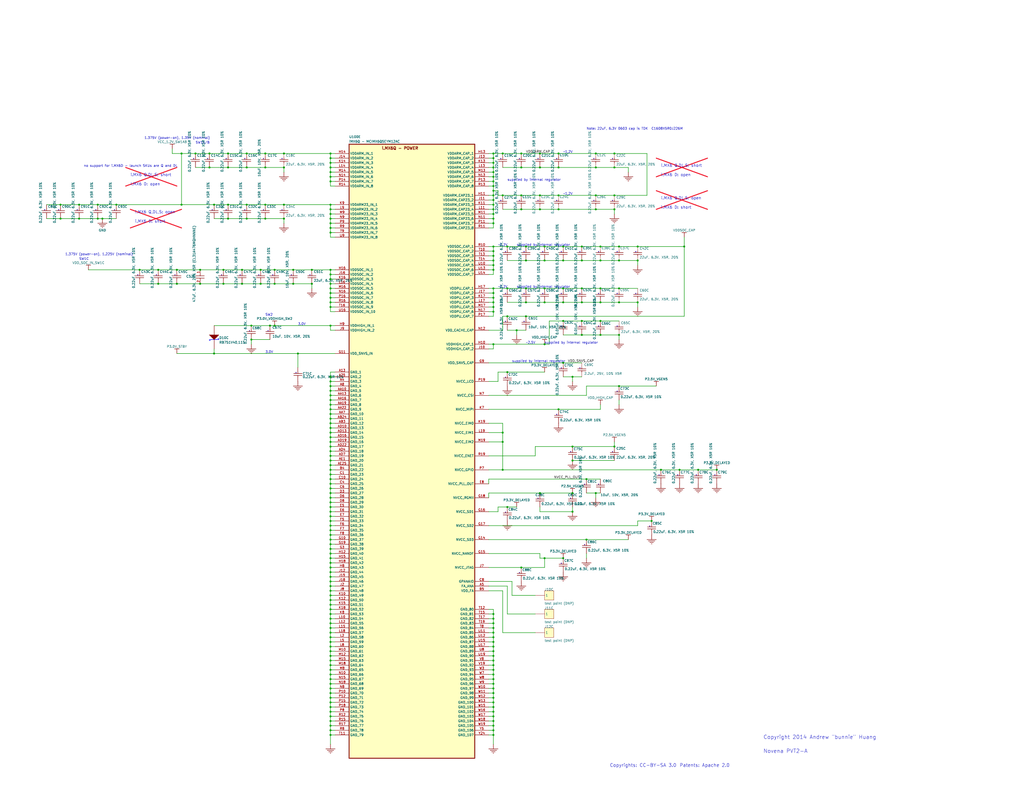
<source format=kicad_sch>
(kicad_sch (version 20230121) (generator eeschema)
  (paper "C")
  (junction (at 297.18 304.8))
  (junction (at 269.24 106.68))
  (junction (at 269.24 116.84))
  (junction (at 287.02 134.62))
  (junction (at 269.24 398.78))
  (junction (at 370.84 256.54))
  (junction (at 43.18 119.38))
  (junction (at 269.24 165.1))
  (junction (at 116.84 111.76))
  (junction (at 180.34 297.18))
  (junction (at 76.2 147.32))
  (junction (at 269.24 99.06))
  (junction (at 284.48 106.68))
  (junction (at 180.34 160.02))
  (junction (at 337.82 142.24))
  (junction (at 180.34 167.64))
  (junction (at 347.98 134.62))
  (junction (at 269.24 114.3))
  (junction (at 86.36 147.32))
  (junction (at 144.78 111.76))
  (junction (at 327.66 157.48))
  (junction (at 312.42 279.4))
  (junction (at 269.24 83.82))
  (junction (at 180.34 375.92))
  (junction (at 307.34 165.1))
  (junction (at 180.34 401.32))
  (junction (at 180.34 165.1))
  (junction (at 337.82 210.82))
  (junction (at 137.16 177.8))
  (junction (at 269.24 96.52))
  (junction (at 276.86 157.48))
  (junction (at 180.34 264.16))
  (junction (at 43.18 111.76))
  (junction (at 269.24 350.52))
  (junction (at 347.98 142.24))
  (junction (at 180.34 287.02))
  (junction (at 269.24 167.64))
  (junction (at 269.24 119.38))
  (junction (at 274.32 256.54))
  (junction (at 180.34 292.1))
  (junction (at 180.34 241.3))
  (junction (at 269.24 401.32))
  (junction (at 33.02 119.38))
  (junction (at 269.24 363.22))
  (junction (at 180.34 284.48))
  (junction (at 180.34 304.8))
  (junction (at 284.48 309.88))
  (junction (at 180.34 342.9))
  (junction (at 33.02 111.76))
  (junction (at 180.34 350.52))
  (junction (at 269.24 170.18))
  (junction (at 154.94 111.76))
  (junction (at 269.24 121.92))
  (junction (at 180.34 355.6))
  (junction (at 180.34 347.98))
  (junction (at 149.86 154.94))
  (junction (at 180.34 317.5))
  (junction (at 281.94 180.34))
  (junction (at 335.28 114.3))
  (junction (at 142.24 147.32))
  (junction (at 337.82 165.1))
  (junction (at 180.34 243.84))
  (junction (at 124.46 83.82))
  (junction (at 269.24 104.14))
  (junction (at 134.62 111.76))
  (junction (at 180.34 309.88))
  (junction (at 180.34 320.04))
  (junction (at 180.34 254))
  (junction (at 180.34 370.84))
  (junction (at 269.24 391.16))
  (junction (at 180.34 294.64))
  (junction (at 269.24 365.76))
  (junction (at 276.86 203.2))
  (junction (at 269.24 162.56))
  (junction (at 160.02 154.94))
  (junction (at 180.34 86.36))
  (junction (at 287.02 142.24))
  (junction (at 276.86 172.72))
  (junction (at 96.52 147.32))
  (junction (at 124.46 111.76))
  (junction (at 180.34 337.82))
  (junction (at 180.34 124.46))
  (junction (at 180.34 114.3))
  (junction (at 269.24 383.54))
  (junction (at 335.28 106.68))
  (junction (at 53.34 119.38))
  (junction (at 180.34 314.96))
  (junction (at 180.34 279.4))
  (junction (at 180.34 378.46))
  (junction (at 180.34 154.94))
  (junction (at 134.62 83.82))
  (junction (at 269.24 91.44))
  (junction (at 154.94 83.82))
  (junction (at 180.34 226.06))
  (junction (at 180.34 210.82))
  (junction (at 325.12 269.24))
  (junction (at 180.34 271.78))
  (junction (at 325.12 83.82))
  (junction (at 154.94 119.38))
  (junction (at 96.52 154.94))
  (junction (at 325.12 106.68))
  (junction (at 147.32 177.8))
  (junction (at 180.34 396.24))
  (junction (at 180.34 383.54))
  (junction (at 180.34 330.2))
  (junction (at 269.24 388.62))
  (junction (at 144.78 119.38))
  (junction (at 269.24 147.32))
  (junction (at 180.34 302.26))
  (junction (at 149.86 177.8))
  (junction (at 180.34 93.98))
  (junction (at 269.24 347.98))
  (junction (at 180.34 228.6))
  (junction (at 180.34 246.38))
  (junction (at 294.64 91.44))
  (junction (at 327.66 182.88))
  (junction (at 180.34 208.28))
  (junction (at 121.92 154.94))
  (junction (at 180.34 251.46))
  (junction (at 294.64 106.68))
  (junction (at 180.34 121.92))
  (junction (at 132.08 147.32))
  (junction (at 327.66 165.1))
  (junction (at 287.02 172.72))
  (junction (at 180.34 266.7))
  (junction (at 114.3 83.82))
  (junction (at 381 256.54))
  (junction (at 180.34 398.78))
  (junction (at 160.02 147.32))
  (junction (at 335.28 91.44))
  (junction (at 360.68 256.54))
  (junction (at 180.34 223.52))
  (junction (at 180.34 307.34))
  (junction (at 269.24 342.9))
  (junction (at 269.24 396.24))
  (junction (at 307.34 157.48))
  (junction (at 307.34 304.8))
  (junction (at 274.32 236.22))
  (junction (at 180.34 149.86))
  (junction (at 269.24 93.98))
  (junction (at 274.32 83.82))
  (junction (at 269.24 355.6))
  (junction (at 287.02 165.1))
  (junction (at 180.34 353.06))
  (junction (at 327.66 142.24))
  (junction (at 180.34 205.74))
  (junction (at 170.18 154.94))
  (junction (at 180.34 363.22))
  (junction (at 269.24 337.82))
  (junction (at 269.24 368.3))
  (junction (at 180.34 299.72))
  (junction (at 149.86 147.32))
  (junction (at 297.18 134.62))
  (junction (at 276.86 134.62))
  (junction (at 312.42 243.84))
  (junction (at 162.56 193.04))
  (junction (at 180.34 88.9))
  (junction (at 142.24 154.94))
  (junction (at 137.16 185.42))
  (junction (at 180.34 177.8))
  (junction (at 180.34 332.74))
  (junction (at 180.34 259.08))
  (junction (at 180.34 147.32))
  (junction (at 269.24 139.7))
  (junction (at 55.88 119.38))
  (junction (at 170.18 147.32))
  (junction (at 180.34 116.84))
  (junction (at 327.66 175.26))
  (junction (at 269.24 381))
  (junction (at 99.06 111.76))
  (junction (at 269.24 157.48))
  (junction (at 269.24 187.96))
  (junction (at 180.34 236.22))
  (junction (at 180.34 274.32))
  (junction (at 180.34 381))
  (junction (at 53.34 111.76))
  (junction (at 269.24 345.44))
  (junction (at 180.34 365.76))
  (junction (at 180.34 157.48))
  (junction (at 297.18 187.96))
  (junction (at 269.24 360.68))
  (junction (at 269.24 358.14))
  (junction (at 180.34 256.54))
  (junction (at 317.5 165.1))
  (junction (at 274.32 106.68))
  (junction (at 297.18 157.48))
  (junction (at 269.24 134.62))
  (junction (at 269.24 386.08))
  (junction (at 284.48 83.82))
  (junction (at 304.8 106.68))
  (junction (at 269.24 373.38))
  (junction (at 144.78 83.82))
  (junction (at 180.34 325.12))
  (junction (at 312.42 251.46))
  (junction (at 180.34 83.82))
  (junction (at 180.34 231.14))
  (junction (at 154.94 91.44))
  (junction (at 317.5 134.62))
  (junction (at 114.3 91.44))
  (junction (at 180.34 388.62))
  (junction (at 325.12 114.3))
  (junction (at 180.34 345.44))
  (junction (at 124.46 119.38))
  (junction (at 317.5 182.88))
  (junction (at 317.5 142.24))
  (junction (at 284.48 114.3))
  (junction (at 109.22 147.32))
  (junction (at 99.06 83.82))
  (junction (at 335.28 243.84))
  (junction (at 337.82 157.48))
  (junction (at 297.18 165.1))
  (junction (at 180.34 340.36))
  (junction (at 180.34 289.56))
  (junction (at 269.24 144.78))
  (junction (at 347.98 165.1))
  (junction (at 269.24 353.06))
  (junction (at 180.34 386.08))
  (junction (at 180.34 360.68))
  (junction (at 180.34 220.98))
  (junction (at 180.34 281.94))
  (junction (at 180.34 322.58))
  (junction (at 180.34 162.56))
  (junction (at 124.46 91.44))
  (junction (at 304.8 223.52))
  (junction (at 180.34 327.66))
  (junction (at 121.92 147.32))
  (junction (at 180.34 218.44))
  (junction (at 180.34 269.24))
  (junction (at 106.68 83.82))
  (junction (at 269.24 340.36))
  (junction (at 180.34 335.28))
  (junction (at 284.48 91.44))
  (junction (at 63.5 111.76))
  (junction (at 144.78 91.44))
  (junction (at 180.34 312.42))
  (junction (at 269.24 137.16))
  (junction (at 297.18 142.24))
  (junction (at 317.5 157.48))
  (junction (at 304.8 83.82))
  (junction (at 269.24 101.6))
  (junction (at 109.22 154.94))
  (junction (at 307.34 175.26))
  (junction (at 132.08 154.94))
  (junction (at 276.86 276.86))
  (junction (at 180.34 96.52))
  (junction (at 180.34 393.7))
  (junction (at 391.16 256.54))
  (junction (at 317.5 175.26))
  (junction (at 180.34 99.06))
  (junction (at 269.24 109.22))
  (junction (at 373.38 134.62))
  (junction (at 320.04 261.62))
  (junction (at 180.34 215.9))
  (junction (at 269.24 370.84))
  (junction (at 355.6 284.48))
  (junction (at 180.34 358.14))
  (junction (at 180.34 238.76))
  (junction (at 269.24 378.46))
  (junction (at 294.64 83.82))
  (junction (at 269.24 375.92))
  (junction (at 269.24 335.28))
  (junction (at 287.02 157.48))
  (junction (at 312.42 205.74))
  (junction (at 180.34 391.16))
  (junction (at 269.24 160.02))
  (junction (at 269.24 142.24))
  (junction (at 180.34 373.38))
  (junction (at 307.34 142.24))
  (junction (at 307.34 198.12))
  (junction (at 304.8 91.44))
  (junction (at 269.24 88.9))
  (junction (at 307.34 134.62))
  (junction (at 269.24 86.36))
  (junction (at 180.34 248.92))
  (junction (at 86.36 154.94))
  (junction (at 320.04 294.64))
  (junction (at 180.34 127))
  (junction (at 269.24 393.7))
  (junction (at 274.32 241.3))
  (junction (at 335.28 83.82))
  (junction (at 327.66 134.62))
  (junction (at 180.34 261.62))
  (junction (at 180.34 91.44))
  (junction (at 337.82 182.88))
  (junction (at 294.64 269.24))
  (junction (at 180.34 368.3))
  (junction (at 269.24 111.76))
  (junction (at 180.34 233.68))
  (junction (at 134.62 119.38))
  (junction (at 180.34 111.76))
  (junction (at 304.8 114.3))
  (junction (at 134.62 91.44))
  (junction (at 180.34 119.38))
  (junction (at 294.64 114.3))
  (junction (at 116.84 193.04))
  (junction (at 337.82 134.62))
  (junction (at 180.34 213.36))
  (junction (at 180.34 276.86))
  (junction (at 325.12 91.44))
  (junction (at 312.42 269.24))
  (junction (at 180.34 152.4))
  (wire (pts (xy 299.72 187.96) (xy 299.72 175.26)) (stroke (width 0.254)))
  (wire (pts (xy 276.86 142.24) (xy 287.02 142.24)) (stroke (width 0.254)))
  (wire (pts (xy 274.32 231.14) (xy 274.32 236.22)) (stroke (width 0.254)))
  (wire (pts (xy 182.88 152.4) (xy 180.34 152.4)) (stroke (width 0.254)))
  (wire (pts (xy 274.32 345.44) (xy 292.1 345.44)) (stroke (width 0.254)))
  (wire (pts (xy 180.34 157.48) (xy 180.34 154.94)) (stroke (width 0.254)))
  (wire (pts (xy 180.34 347.98) (xy 180.34 345.44)) (stroke (width 0.254)))
  (wire (pts (xy 269.24 358.14) (xy 269.24 355.6)) (stroke (width 0.254)))
  (wire (pts (xy 276.86 320.04) (xy 276.86 335.28)) (stroke (width 0.254)))
  (wire (pts (xy 182.88 228.6) (xy 180.34 228.6)) (stroke (width 0.254)))
  (wire (pts (xy 180.34 266.7) (xy 180.34 264.16)) (stroke (width 0.254)))
  (wire (pts (xy 182.88 121.92) (xy 180.34 121.92)) (stroke (width 0.254)))
  (wire (pts (xy 63.5 119.38) (xy 55.88 119.38)) (stroke (width 0.254)))
  (wire (pts (xy 180.34 378.46) (xy 180.34 375.92)) (stroke (width 0.254)))
  (wire (pts (xy 144.78 111.76) (xy 134.62 111.76)) (stroke (width 0.254)))
  (wire (pts (xy 266.7 241.3) (xy 274.32 241.3)) (stroke (width 0.254)))
  (wire (pts (xy 180.34 398.78) (xy 180.34 401.32)) (stroke (width 0.254)))
  (wire (pts (xy 182.88 254) (xy 180.34 254)) (stroke (width 0.254)))
  (wire (pts (xy 276.86 157.48) (xy 287.02 157.48)) (stroke (width 0.254)))
  (wire (pts (xy 180.34 388.62) (xy 180.34 386.08)) (stroke (width 0.254)))
  (wire (pts (xy 170.18 154.94) (xy 170.18 157.48)) (stroke (width 0.254)))
  (wire (pts (xy 180.34 251.46) (xy 182.88 251.46)) (stroke (width 0.254)))
  (wire (pts (xy 180.34 205.74) (xy 180.34 203.2)) (stroke (width 0.254)))
  (wire (pts (xy 182.88 241.3) (xy 180.34 241.3)) (stroke (width 0.254)))
  (wire (pts (xy 287.02 165.1) (xy 297.18 165.1)) (stroke (width 0.254)))
  (wire (pts (xy 347.98 142.24) (xy 347.98 144.78)) (stroke (width 0.254)))
  (wire (pts (xy 266.7 223.52) (xy 304.8 223.52)) (stroke (width 0.254)))
  (wire (pts (xy 180.34 391.16) (xy 180.34 393.7)) (stroke (width 0.254)))
  (wire (pts (xy 266.7 322.58) (xy 274.32 322.58)) (stroke (width 0.254)))
  (wire (pts (xy 109.22 154.94) (xy 121.92 154.94)) (stroke (width 0.254)))
  (wire (pts (xy 182.88 91.44) (xy 180.34 91.44)) (stroke (width 0.254)))
  (wire (pts (xy 180.34 391.16) (xy 180.34 388.62)) (stroke (width 0.254)))
  (wire (pts (xy 182.88 129.54) (xy 180.34 129.54)) (stroke (width 0.254)))
  (wire (pts (xy 269.24 165.1) (xy 266.7 165.1)) (stroke (width 0.254)))
  (wire (pts (xy 149.86 147.32) (xy 160.02 147.32)) (stroke (width 0.254)))
  (wire (pts (xy 182.88 350.52) (xy 180.34 350.52)) (stroke (width 0.254)))
  (wire (pts (xy 269.24 187.96) (xy 297.18 187.96)) (stroke (width 0.254)))
  (wire (pts (xy 269.24 342.9) (xy 269.24 340.36)) (stroke (width 0.254)))
  (wire (pts (xy 182.88 312.42) (xy 180.34 312.42)) (stroke (width 0.254)))
  (wire (pts (xy 269.24 162.56) (xy 266.7 162.56)) (stroke (width 0.254)))
  (wire (pts (xy 294.64 91.44) (xy 304.8 91.44)) (stroke (width 0.254)))
  (wire (pts (xy 353.06 83.82) (xy 335.28 83.82)) (stroke (width 0.254)))
  (wire (pts (xy 269.24 172.72) (xy 269.24 170.18)) (stroke (width 0.254)))
  (wire (pts (xy 180.34 114.3) (xy 180.34 111.76)) (stroke (width 0.254)))
  (wire (pts (xy 271.78 208.28) (xy 271.78 203.2)) (stroke (width 0.254)))
  (wire (pts (xy 182.88 88.9) (xy 180.34 88.9)) (stroke (width 0.254)))
  (wire (pts (xy 269.24 388.62) (xy 266.7 388.62)) (stroke (width 0.254)))
  (wire (pts (xy 325.12 106.68) (xy 335.28 106.68)) (stroke (width 0.254)))
  (wire (pts (xy 269.24 347.98) (xy 269.24 345.44)) (stroke (width 0.254)))
  (wire (pts (xy 269.24 167.64) (xy 269.24 165.1)) (stroke (width 0.254)))
  (wire (pts (xy 269.24 337.82) (xy 269.24 335.28)) (stroke (width 0.254)))
  (wire (pts (xy 266.7 264.16) (xy 266.7 261.62)) (stroke (width 0.254)))
  (wire (pts (xy 180.34 307.34) (xy 180.34 304.8)) (stroke (width 0.254)))
  (wire (pts (xy 121.92 154.94) (xy 132.08 154.94)) (stroke (width 0.254)))
  (wire (pts (xy 327.66 182.88) (xy 337.82 182.88)) (stroke (width 0.254)))
  (wire (pts (xy 182.88 325.12) (xy 180.34 325.12)) (stroke (width 0.254)))
  (wire (pts (xy 182.88 365.76) (xy 180.34 365.76)) (stroke (width 0.254)))
  (wire (pts (xy 116.84 119.38) (xy 124.46 119.38)) (stroke (width 0.254)))
  (wire (pts (xy 182.88 210.82) (xy 180.34 210.82)) (stroke (width 0.254)))
  (wire (pts (xy 325.12 91.44) (xy 335.28 91.44)) (stroke (width 0.254)))
  (wire (pts (xy 180.34 83.82) (xy 182.88 83.82)) (stroke (width 0.254)))
  (wire (pts (xy 294.64 302.26) (xy 294.64 304.8)) (stroke (width 0.254)))
  (wire (pts (xy 182.88 284.48) (xy 180.34 284.48)) (stroke (width 0.254)))
  (wire (pts (xy 325.12 271.78) (xy 325.12 269.24)) (stroke (width 0.254)))
  (wire (pts (xy 180.34 297.18) (xy 180.34 294.64)) (stroke (width 0.254)))
  (wire (pts (xy 269.24 396.24) (xy 266.7 396.24)) (stroke (width 0.254)))
  (wire (pts (xy 182.88 363.22) (xy 180.34 363.22)) (stroke (width 0.254)))
  (wire (pts (xy 180.34 246.38) (xy 180.34 243.84)) (stroke (width 0.254)))
  (wire (pts (xy 182.88 119.38) (xy 180.34 119.38)) (stroke (width 0.254)))
  (wire (pts (xy 337.82 134.62) (xy 347.98 134.62)) (stroke (width 0.254)))
  (wire (pts (xy 266.7 187.96) (xy 269.24 187.96)) (stroke (width 0.254)))
  (wire (pts (xy 269.24 358.14) (xy 266.7 358.14)) (stroke (width 0.254)))
  (wire (pts (xy 182.88 157.48) (xy 180.34 157.48)) (stroke (width 0.254)))
  (wire (pts (xy 142.24 147.32) (xy 149.86 147.32)) (stroke (width 0.254)))
  (wire (pts (xy 182.88 391.16) (xy 180.34 391.16)) (stroke (width 0.254)))
  (wire (pts (xy 109.22 147.32) (xy 121.92 147.32)) (stroke (width 0.254)))
  (wire (pts (xy 180.34 342.9) (xy 180.34 340.36)) (stroke (width 0.254)))
  (wire (pts (xy 287.02 157.48) (xy 297.18 157.48)) (stroke (width 0.254)))
  (wire (pts (xy 180.34 317.5) (xy 180.34 314.96)) (stroke (width 0.254)))
  (wire (pts (xy 269.24 111.76) (xy 269.24 109.22)) (stroke (width 0.254)))
  (wire (pts (xy 269.24 345.44) (xy 266.7 345.44)) (stroke (width 0.254)))
  (wire (pts (xy 180.34 99.06) (xy 180.34 96.52)) (stroke (width 0.254)))
  (wire (pts (xy 180.34 154.94) (xy 180.34 152.4)) (stroke (width 0.254)))
  (wire (pts (xy 269.24 347.98) (xy 266.7 347.98)) (stroke (width 0.254)))
  (wire (pts (xy 106.68 83.82) (xy 114.3 83.82)) (stroke (width 0.254)))
  (wire (pts (xy 180.34 248.92) (xy 180.34 246.38)) (stroke (width 0.254)))
  (wire (pts (xy 335.28 114.3) (xy 335.28 116.84)) (stroke (width 0.254)))
  (wire (pts (xy 266.7 261.62) (xy 320.04 261.62)) (stroke (width 0.254)))
  (wire (pts (xy 269.24 383.54) (xy 269.24 381)) (stroke (width 0.254)))
  (wire (pts (xy 279.4 325.12) (xy 292.1 325.12)) (stroke (width 0.254)))
  (wire (pts (xy 182.88 281.94) (xy 180.34 281.94)) (stroke (width 0.254)))
  (wire (pts (xy 99.06 111.76) (xy 99.06 83.82)) (stroke (width 0.254)))
  (wire (pts (xy 269.24 147.32) (xy 266.7 147.32)) (stroke (width 0.254)))
  (wire (pts (xy 266.7 142.24) (xy 269.24 142.24)) (stroke (width 0.254)))
  (wire (pts (xy 180.34 375.92) (xy 180.34 373.38)) (stroke (width 0.254)))
  (wire (pts (xy 269.24 86.36) (xy 269.24 83.82)) (stroke (width 0.254)))
  (wire (pts (xy 269.24 144.78) (xy 266.7 144.78)) (stroke (width 0.254)))
  (wire (pts (xy 180.34 355.6) (xy 182.88 355.6)) (stroke (width 0.254)))
  (wire (pts (xy 180.34 152.4) (xy 180.34 149.86)) (stroke (width 0.254)))
  (wire (pts (xy 269.24 162.56) (xy 269.24 160.02)) (stroke (width 0.254)))
  (wire (pts (xy 180.34 228.6) (xy 180.34 226.06)) (stroke (width 0.254)))
  (wire (pts (xy 180.34 345.44) (xy 180.34 342.9)) (stroke (width 0.254)))
  (wire (pts (xy 180.34 86.36) (xy 180.34 83.82)) (stroke (width 0.254)))
  (wire (pts (xy 327.66 223.52) (xy 327.66 220.98)) (stroke (width 0.254)))
  (wire (pts (xy 274.32 322.58) (xy 274.32 345.44)) (stroke (width 0.254)))
  (wire (pts (xy 269.24 86.36) (xy 266.7 86.36)) (stroke (width 0.254)))
  (wire (pts (xy 180.34 322.58) (xy 180.34 320.04)) (stroke (width 0.254)))
  (wire (pts (xy 182.88 180.34) (xy 180.34 180.34)) (stroke (width 0.254)))
  (wire (pts (xy 180.34 350.52) (xy 180.34 347.98)) (stroke (width 0.254)))
  (wire (pts (xy 182.88 289.56) (xy 180.34 289.56)) (stroke (width 0.254)))
  (wire (pts (xy 266.7 256.54) (xy 274.32 256.54)) (stroke (width 0.254)))
  (wire (pts (xy 180.34 360.68) (xy 180.34 358.14)) (stroke (width 0.254)))
  (wire (pts (xy 297.18 165.1) (xy 307.34 165.1)) (stroke (width 0.254)))
  (wire (pts (xy 269.24 88.9) (xy 266.7 88.9)) (stroke (width 0.254)))
  (wire (pts (xy 269.24 170.18) (xy 269.24 167.64)) (stroke (width 0.254)))
  (wire (pts (xy 266.7 317.5) (xy 279.4 317.5)) (stroke (width 0.254)))
  (wire (pts (xy 370.84 256.54) (xy 381 256.54)) (stroke (width 0.254)))
  (wire (pts (xy 180.34 254) (xy 180.34 251.46)) (stroke (width 0.254)))
  (wire (pts (xy 266.7 320.04) (xy 276.86 320.04)) (stroke (width 0.254)))
  (wire (pts (xy 182.88 223.52) (xy 180.34 223.52)) (stroke (width 0.254)))
  (wire (pts (xy 269.24 353.06) (xy 269.24 350.52)) (stroke (width 0.254)))
  (wire (pts (xy 269.24 340.36) (xy 269.24 337.82)) (stroke (width 0.254)))
  (wire (pts (xy 180.34 355.6) (xy 180.34 353.06)) (stroke (width 0.254)))
  (wire (pts (xy 269.24 335.28) (xy 269.24 332.74)) (stroke (width 0.254)))
  (wire (pts (xy 116.84 177.8) (xy 137.16 177.8)) (stroke (width 0.254)))
  (wire (pts (xy 269.24 167.64) (xy 266.7 167.64)) (stroke (width 0.254)))
  (wire (pts (xy 180.34 256.54) (xy 180.34 254)) (stroke (width 0.254)))
  (wire (pts (xy 320.04 269.24) (xy 325.12 269.24)) (stroke (width 0.254)))
  (wire (pts (xy 307.34 175.26) (xy 317.5 175.26)) (stroke (width 0.254)))
  (wire (pts (xy 182.88 256.54) (xy 180.34 256.54)) (stroke (width 0.254)))
  (wire (pts (xy 180.34 127) (xy 180.34 124.46)) (stroke (width 0.254)))
  (wire (pts (xy 297.18 142.24) (xy 307.34 142.24)) (stroke (width 0.254)))
  (wire (pts (xy 269.24 383.54) (xy 266.7 383.54)) (stroke (width 0.254)))
  (wire (pts (xy 284.48 91.44) (xy 294.64 91.44)) (stroke (width 0.254)))
  (wire (pts (xy 284.48 309.88) (xy 297.18 309.88)) (stroke (width 0.254)))
  (wire (pts (xy 162.56 193.04) (xy 162.56 200.66)) (stroke (width 0.254)))
  (wire (pts (xy 271.78 106.68) (xy 274.32 106.68)) (stroke (width 0.254)))
  (wire (pts (xy 276.86 134.62) (xy 287.02 134.62)) (stroke (width 0.254)))
  (wire (pts (xy 180.34 259.08) (xy 180.34 256.54)) (stroke (width 0.254)))
  (wire (pts (xy 320.04 261.62) (xy 327.66 261.62)) (stroke (width 0.254)))
  (wire (pts (xy 124.46 119.38) (xy 134.62 119.38)) (stroke (width 0.254)))
  (wire (pts (xy 269.24 350.52) (xy 266.7 350.52)) (stroke (width 0.254)))
  (wire (pts (xy 182.88 236.22) (xy 180.34 236.22)) (stroke (width 0.254)))
  (wire (pts (xy 180.34 261.62) (xy 180.34 259.08)) (stroke (width 0.254)))
  (wire (pts (xy 266.7 248.92) (xy 292.1 248.92)) (stroke (width 0.254)))
  (wire (pts (xy 269.24 83.82) (xy 266.7 83.82)) (stroke (width 0.254)))
  (wire (pts (xy 269.24 365.76) (xy 269.24 363.22)) (stroke (width 0.254)))
  (wire (pts (xy 373.38 172.72) (xy 373.38 134.62)) (stroke (width 0.254)))
  (wire (pts (xy 269.24 142.24) (xy 269.24 139.7)) (stroke (width 0.254)))
  (wire (pts (xy 269.24 160.02) (xy 266.7 160.02)) (stroke (width 0.254)))
  (wire (pts (xy 182.88 203.2) (xy 180.34 203.2)) (stroke (width 0.254)))
  (wire (pts (xy 180.34 292.1) (xy 180.34 289.56)) (stroke (width 0.254)))
  (wire (pts (xy 274.32 91.44) (xy 284.48 91.44)) (stroke (width 0.254)))
  (wire (pts (xy 182.88 101.6) (xy 180.34 101.6)) (stroke (width 0.254)))
  (wire (pts (xy 297.18 134.62) (xy 307.34 134.62)) (stroke (width 0.254)))
  (wire (pts (xy 180.34 231.14) (xy 180.34 228.6)) (stroke (width 0.254)))
  (wire (pts (xy 269.24 360.68) (xy 269.24 358.14)) (stroke (width 0.254)))
  (wire (pts (xy 269.24 139.7) (xy 266.7 139.7)) (stroke (width 0.254)))
  (wire (pts (xy 269.24 340.36) (xy 266.7 340.36)) (stroke (width 0.254)))
  (wire (pts (xy 317.5 165.1) (xy 327.66 165.1)) (stroke (width 0.254)))
  (wire (pts (xy 182.88 292.1) (xy 180.34 292.1)) (stroke (width 0.254)))
  (wire (pts (xy 180.34 116.84) (xy 180.34 114.3)) (stroke (width 0.254)))
  (wire (pts (xy 142.24 154.94) (xy 149.86 154.94)) (stroke (width 0.254)))
  (wire (pts (xy 269.24 363.22) (xy 266.7 363.22)) (stroke (width 0.254)))
  (wire (pts (xy 284.48 114.3) (xy 294.64 114.3)) (stroke (width 0.254)))
  (wire (pts (xy 320.04 215.9) (xy 320.04 210.82)) (stroke (width 0.254)))
  (wire (pts (xy 327.66 134.62) (xy 337.82 134.62)) (stroke (width 0.254)))
  (wire (pts (xy 182.88 304.8) (xy 180.34 304.8)) (stroke (width 0.254)))
  (wire (pts (xy 269.24 345.44) (xy 269.24 342.9)) (stroke (width 0.254)))
  (wire (pts (xy 335.28 91.44) (xy 342.9 91.44)) (stroke (width 0.254)))
  (wire (pts (xy 304.8 91.44) (xy 325.12 91.44)) (stroke (width 0.254)))
  (wire (pts (xy 182.88 274.32) (xy 180.34 274.32)) (stroke (width 0.254)))
  (wire (pts (xy 154.94 83.82) (xy 180.34 83.82)) (stroke (width 0.254)))
  (wire (pts (xy 182.88 259.08) (xy 180.34 259.08)) (stroke (width 0.254)))
  (wire (pts (xy 182.88 165.1) (xy 180.34 165.1)) (stroke (width 0.254)))
  (wire (pts (xy 132.08 154.94) (xy 142.24 154.94)) (stroke (width 0.254)))
  (wire (pts (xy 266.7 198.12) (xy 307.34 198.12)) (stroke (width 0.254)))
  (wire (pts (xy 266.7 398.78) (xy 269.24 398.78)) (stroke (width 0.254)))
  (wire (pts (xy 182.88 393.7) (xy 180.34 393.7)) (stroke (width 0.254)))
  (wire (pts (xy 269.24 370.84) (xy 266.7 370.84)) (stroke (width 0.254)))
  (wire (pts (xy 281.94 182.88) (xy 281.94 180.34)) (stroke (width 0.254)))
  (wire (pts (xy 269.24 335.28) (xy 266.7 335.28)) (stroke (width 0.254)))
  (wire (pts (xy 124.46 111.76) (xy 116.84 111.76)) (stroke (width 0.254)))
  (wire (pts (xy 180.34 236.22) (xy 180.34 233.68)) (stroke (width 0.254)))
  (wire (pts (xy 317.5 175.26) (xy 327.66 175.26)) (stroke (width 0.254)))
  (wire (pts (xy 182.88 264.16) (xy 180.34 264.16)) (stroke (width 0.254)))
  (wire (pts (xy 287.02 134.62) (xy 297.18 134.62)) (stroke (width 0.254)))
  (wire (pts (xy 180.34 129.54) (xy 180.34 127)) (stroke (width 0.254)))
  (wire (pts (xy 180.34 160.02) (xy 180.34 157.48)) (stroke (width 0.254)))
  (wire (pts (xy 182.88 383.54) (xy 180.34 383.54)) (stroke (width 0.254)))
  (wire (pts (xy 182.88 111.76) (xy 180.34 111.76)) (stroke (width 0.254)))
  (wire (pts (xy 271.78 104.14) (xy 271.78 106.68)) (stroke (width 0.254)))
  (wire (pts (xy 292.1 243.84) (xy 312.42 243.84)) (stroke (width 0.254)))
  (wire (pts (xy 269.24 350.52) (xy 269.24 347.98)) (stroke (width 0.254)))
  (wire (pts (xy 271.78 276.86) (xy 271.78 279.4)) (stroke (width 0.254)))
  (wire (pts (xy 137.16 185.42) (xy 137.16 187.96)) (stroke (width 0.254)))
  (wire (pts (xy 294.64 83.82) (xy 284.48 83.82)) (stroke (width 0.254)))
  (wire (pts (xy 180.34 406.4) (xy 180.34 401.32)) (stroke (width 0.254)))
  (wire (pts (xy 347.98 284.48) (xy 355.6 284.48)) (stroke (width 0.254)))
  (wire (pts (xy 76.2 147.32) (xy 86.36 147.32)) (stroke (width 0.254)))
  (wire (pts (xy 269.24 149.86) (xy 269.24 147.32)) (stroke (width 0.254)))
  (wire (pts (xy 180.34 279.4) (xy 180.34 276.86)) (stroke (width 0.254)))
  (wire (pts (xy 337.82 142.24) (xy 347.98 142.24)) (stroke (width 0.254)))
  (wire (pts (xy 180.34 314.96) (xy 180.34 312.42)) (stroke (width 0.254)))
  (wire (pts (xy 337.82 157.48) (xy 347.98 157.48)) (stroke (width 0.254)))
  (wire (pts (xy 134.62 111.76) (xy 124.46 111.76)) (stroke (width 0.254)))
  (wire (pts (xy 269.24 393.7) (xy 269.24 391.16)) (stroke (width 0.254)))
  (wire (pts (xy 284.48 106.68) (xy 294.64 106.68)) (stroke (width 0.254)))
  (wire (pts (xy 170.18 147.32) (xy 180.34 147.32)) (stroke (width 0.254)))
  (wire (pts (xy 93.98 83.82) (xy 99.06 83.82)) (stroke (width 0.254)))
  (wire (pts (xy 182.88 332.74) (xy 180.34 332.74)) (stroke (width 0.254)))
  (wire (pts (xy 327.66 175.26) (xy 337.82 175.26)) (stroke (width 0.254)))
  (wire (pts (xy 269.24 388.62) (xy 269.24 386.08)) (stroke (width 0.254)))
  (wire (pts (xy 307.34 205.74) (xy 312.42 205.74)) (stroke (width 0.254)))
  (wire (pts (xy 307.34 165.1) (xy 317.5 165.1)) (stroke (width 0.254)))
  (wire (pts (xy 269.24 93.98) (xy 269.24 91.44)) (stroke (width 0.254)))
  (wire (pts (xy 266.7 236.22) (xy 274.32 236.22)) (stroke (width 0.254)))
  (wire (pts (xy 312.42 279.4) (xy 312.42 276.86)) (stroke (width 0.254)))
  (wire (pts (xy 271.78 203.2) (xy 276.86 203.2)) (stroke (width 0.254)))
  (wire (pts (xy 269.24 378.46) (xy 266.7 378.46)) (stroke (width 0.254)))
  (wire (pts (xy 269.24 373.38) (xy 266.7 373.38)) (stroke (width 0.254)))
  (wire (pts (xy 180.34 119.38) (xy 180.34 116.84)) (stroke (width 0.254)))
  (wire (pts (xy 182.88 215.9) (xy 180.34 215.9)) (stroke (width 0.254)))
  (wire (pts (xy 86.36 154.94) (xy 76.2 154.94)) (stroke (width 0.254)))
  (wire (pts (xy 180.34 309.88) (xy 180.34 307.34)) (stroke (width 0.254)))
  (wire (pts (xy 317.5 134.62) (xy 327.66 134.62)) (stroke (width 0.254)))
  (wire (pts (xy 180.34 401.32) (xy 182.88 401.32)) (stroke (width 0.254)))
  (wire (pts (xy 269.24 111.76) (xy 266.7 111.76)) (stroke (width 0.254)))
  (wire (pts (xy 269.24 332.74) (xy 266.7 332.74)) (stroke (width 0.254)))
  (wire (pts (xy 180.34 165.1) (xy 180.34 162.56)) (stroke (width 0.254)))
  (wire (pts (xy 144.78 91.44) (xy 154.94 91.44)) (stroke (width 0.254)))
  (wire (pts (xy 269.24 96.52) (xy 269.24 93.98)) (stroke (width 0.254)))
  (wire (pts (xy 182.88 297.18) (xy 180.34 297.18)) (stroke (width 0.254)))
  (wire (pts (xy 269.24 101.6) (xy 269.24 99.06)) (stroke (width 0.254)))
  (wire (pts (xy 180.34 373.38) (xy 180.34 370.84)) (stroke (width 0.254)))
  (wire (pts (xy 266.7 109.22) (xy 269.24 109.22)) (stroke (width 0.254)))
  (wire (pts (xy 274.32 180.34) (xy 274.32 172.72)) (stroke (width 0.254)))
  (wire (pts (xy 274.32 114.3) (xy 284.48 114.3)) (stroke (width 0.254)))
  (wire (pts (xy 182.88 299.72) (xy 180.34 299.72)) (stroke (width 0.254)))
  (wire (pts (xy 180.34 396.24) (xy 180.34 398.78)) (stroke (width 0.254)))
  (wire (pts (xy 266.7 180.34) (xy 274.32 180.34)) (stroke (width 0.254)))
  (wire (pts (xy 147.32 177.8) (xy 149.86 177.8)) (stroke (width 0.254)))
  (wire (pts (xy 182.88 373.38) (xy 180.34 373.38)) (stroke (width 0.254)))
  (wire (pts (xy 269.24 93.98) (xy 266.7 93.98)) (stroke (width 0.254)))
  (wire (pts (xy 182.88 205.74) (xy 180.34 205.74)) (stroke (width 0.254)))
  (wire (pts (xy 182.88 167.64) (xy 180.34 167.64)) (stroke (width 0.254)))
  (wire (pts (xy 269.24 165.1) (xy 269.24 162.56)) (stroke (width 0.254)))
  (wire (pts (xy 182.88 246.38) (xy 180.34 246.38)) (stroke (width 0.254)))
  (wire (pts (xy 180.34 213.36) (xy 180.34 210.82)) (stroke (width 0.254)))
  (wire (pts (xy 182.88 269.24) (xy 180.34 269.24)) (stroke (width 0.254)))
  (wire (pts (xy 180.34 215.9) (xy 180.34 213.36)) (stroke (width 0.254)))
  (wire (pts (xy 116.84 193.04) (xy 162.56 193.04)) (stroke (width 0.254)))
  (wire (pts (xy 269.24 106.68) (xy 269.24 104.14)) (stroke (width 0.254)))
  (wire (pts (xy 292.1 248.92) (xy 292.1 243.84)) (stroke (width 0.254)))
  (wire (pts (xy 134.62 91.44) (xy 144.78 91.44)) (stroke (width 0.254)))
  (wire (pts (xy 182.88 320.04) (xy 180.34 320.04)) (stroke (width 0.254)))
  (wire (pts (xy 182.88 340.36) (xy 180.34 340.36)) (stroke (width 0.254)))
  (wire (pts (xy 327.66 142.24) (xy 337.82 142.24)) (stroke (width 0.254)))
  (wire (pts (xy 269.24 368.3) (xy 269.24 365.76)) (stroke (width 0.254)))
  (wire (pts (xy 269.24 368.3) (xy 266.7 368.3)) (stroke (width 0.254)))
  (wire (pts (xy 320.04 294.64) (xy 342.9 294.64)) (stroke (width 0.254)))
  (wire (pts (xy 180.34 353.06) (xy 180.34 350.52)) (stroke (width 0.254)))
  (wire (pts (xy 337.82 218.44) (xy 337.82 220.98)) (stroke (width 0.254)))
  (wire (pts (xy 180.34 332.74) (xy 180.34 330.2)) (stroke (width 0.254)))
  (wire (pts (xy 182.88 86.36) (xy 180.34 86.36)) (stroke (width 0.254)))
  (wire (pts (xy 299.72 175.26) (xy 307.34 175.26)) (stroke (width 0.254)))
  (wire (pts (xy 276.86 335.28) (xy 292.1 335.28)) (stroke (width 0.254)))
  (wire (pts (xy 180.34 170.18) (xy 180.34 167.64)) (stroke (width 0.254)))
  (wire (pts (xy 325.12 269.24) (xy 327.66 269.24)) (stroke (width 0.254)))
  (wire (pts (xy 269.24 104.14) (xy 271.78 104.14)) (stroke (width 0.254)))
  (wire (pts (xy 269.24 363.22) (xy 269.24 360.68)) (stroke (width 0.254)))
  (wire (pts (xy 149.86 177.8) (xy 180.34 177.8)) (stroke (width 0.254)))
  (wire (pts (xy 180.34 309.88) (xy 182.88 309.88)) (stroke (width 0.254)))
  (wire (pts (xy 297.18 309.88) (xy 297.18 304.8)) (stroke (width 0.254)))
  (wire (pts (xy 43.18 119.38) (xy 33.02 119.38)) (stroke (width 0.254)))
  (wire (pts (xy 337.82 182.88) (xy 337.82 185.42)) (stroke (width 0.254)))
  (wire (pts (xy 335.28 83.82) (xy 325.12 83.82)) (stroke (width 0.254)))
  (wire (pts (xy 180.34 111.76) (xy 154.94 111.76)) (stroke (width 0.254)))
  (wire (pts (xy 182.88 381) (xy 180.34 381)) (stroke (width 0.254)))
  (wire (pts (xy 266.7 134.62) (xy 269.24 134.62)) (stroke (width 0.254)))
  (wire (pts (xy 182.88 116.84) (xy 180.34 116.84)) (stroke (width 0.254)))
  (wire (pts (xy 312.42 243.84) (xy 335.28 243.84)) (stroke (width 0.254)))
  (wire (pts (xy 109.22 154.94) (xy 96.52 154.94)) (stroke (width 0.254)))
  (wire (pts (xy 269.24 378.46) (xy 269.24 375.92)) (stroke (width 0.254)))
  (wire (pts (xy 182.88 342.9) (xy 180.34 342.9)) (stroke (width 0.254)))
  (wire (pts (xy 182.88 345.44) (xy 180.34 345.44)) (stroke (width 0.254)))
  (wire (pts (xy 124.46 91.44) (xy 134.62 91.44)) (stroke (width 0.254)))
  (wire (pts (xy 106.68 91.44) (xy 114.3 91.44)) (stroke (width 0.254)))
  (wire (pts (xy 124.46 83.82) (xy 134.62 83.82)) (stroke (width 0.254)))
  (wire (pts (xy 180.34 220.98) (xy 180.34 218.44)) (stroke (width 0.254)))
  (wire (pts (xy 269.24 406.4) (xy 269.24 401.32)) (stroke (width 0.254)))
  (wire (pts (xy 276.86 180.34) (xy 281.94 180.34)) (stroke (width 0.254)))
  (wire (pts (xy 180.34 358.14) (xy 180.34 355.6)) (stroke (width 0.254)))
  (wire (pts (xy 180.34 287.02) (xy 180.34 284.48)) (stroke (width 0.254)))
  (wire (pts (xy 182.88 276.86) (xy 180.34 276.86)) (stroke (width 0.254)))
  (wire (pts (xy 182.88 154.94) (xy 180.34 154.94)) (stroke (width 0.254)))
  (wire (pts (xy 180.34 177.8) (xy 182.88 177.8)) (stroke (width 0.254)))
  (wire (pts (xy 180.34 363.22) (xy 180.34 360.68)) (stroke (width 0.254)))
  (wire (pts (xy 180.34 289.56) (xy 180.34 287.02)) (stroke (width 0.254)))
  (wire (pts (xy 182.88 99.06) (xy 180.34 99.06)) (stroke (width 0.254)))
  (wire (pts (xy 180.34 276.86) (xy 180.34 274.32)) (stroke (width 0.254)))
  (wire (pts (xy 182.88 170.18) (xy 180.34 170.18)) (stroke (width 0.254)))
  (wire (pts (xy 266.7 124.46) (xy 269.24 124.46)) (stroke (width 0.254)))
  (wire (pts (xy 294.64 106.68) (xy 304.8 106.68)) (stroke (width 0.254)))
  (wire (pts (xy 162.56 193.04) (xy 182.88 193.04)) (stroke (width 0.254)))
  (wire (pts (xy 294.64 279.4) (xy 312.42 279.4)) (stroke (width 0.254)))
  (wire (pts (xy 269.24 160.02) (xy 269.24 157.48)) (stroke (width 0.254)))
  (wire (pts (xy 180.34 149.86) (xy 180.34 147.32)) (stroke (width 0.254)))
  (wire (pts (xy 180.34 304.8) (xy 180.34 302.26)) (stroke (width 0.254)))
  (wire (pts (xy 269.24 381) (xy 266.7 381)) (stroke (width 0.254)))
  (wire (pts (xy 182.88 322.58) (xy 180.34 322.58)) (stroke (width 0.254)))
  (wire (pts (xy 307.34 157.48) (xy 317.5 157.48)) (stroke (width 0.254)))
  (wire (pts (xy 180.34 91.44) (xy 180.34 88.9)) (stroke (width 0.254)))
  (wire (pts (xy 276.86 172.72) (xy 287.02 172.72)) (stroke (width 0.254)))
  (wire (pts (xy 180.34 264.16) (xy 180.34 261.62)) (stroke (width 0.254)))
  (wire (pts (xy 182.88 375.92) (xy 180.34 375.92)) (stroke (width 0.254)))
  (wire (pts (xy 281.94 276.86) (xy 276.86 276.86)) (stroke (width 0.254)))
  (wire (pts (xy 182.88 358.14) (xy 180.34 358.14)) (stroke (width 0.254)))
  (wire (pts (xy 33.02 111.76) (xy 25.4 111.76)) (stroke (width 0.254)))
  (wire (pts (xy 182.88 314.96) (xy 180.34 314.96)) (stroke (width 0.254)))
  (wire (pts (xy 180.34 302.26) (xy 180.34 299.72)) (stroke (width 0.254)))
  (wire (pts (xy 266.7 294.64) (xy 320.04 294.64)) (stroke (width 0.254)))
  (wire (pts (xy 182.88 271.78) (xy 180.34 271.78)) (stroke (width 0.254)))
  (wire (pts (xy 134.62 119.38) (xy 144.78 119.38)) (stroke (width 0.254)))
  (wire (pts (xy 180.34 121.92) (xy 180.34 119.38)) (stroke (width 0.254)))
  (wire (pts (xy 294.64 114.3) (xy 304.8 114.3)) (stroke (width 0.254)))
  (wire (pts (xy 180.34 167.64) (xy 180.34 165.1)) (stroke (width 0.254)))
  (wire (pts (xy 269.24 386.08) (xy 266.7 386.08)) (stroke (width 0.254)))
  (wire (pts (xy 304.8 83.82) (xy 294.64 83.82)) (stroke (width 0.254)))
  (wire (pts (xy 320.04 304.8) (xy 320.04 302.26)) (stroke (width 0.254)))
  (wire (pts (xy 337.82 210.82) (xy 358.14 210.82)) (stroke (width 0.254)))
  (wire (pts (xy 274.32 236.22) (xy 274.32 241.3)) (stroke (width 0.254)))
  (wire (pts (xy 180.34 325.12) (xy 180.34 322.58)) (stroke (width 0.254)))
  (wire (pts (xy 121.92 147.32) (xy 132.08 147.32)) (stroke (width 0.254)))
  (wire (pts (xy 327.66 165.1) (xy 337.82 165.1)) (stroke (width 0.254)))
  (wire (pts (xy 327.66 157.48) (xy 337.82 157.48)) (stroke (width 0.254)))
  (wire (pts (xy 182.88 208.28) (xy 180.34 208.28)) (stroke (width 0.254)))
  (wire (pts (xy 269.24 401.32) (xy 269.24 398.78)) (stroke (width 0.254)))
  (wire (pts (xy 269.24 353.06) (xy 266.7 353.06)) (stroke (width 0.254)))
  (wire (pts (xy 180.34 381) (xy 180.34 378.46)) (stroke (width 0.254)))
  (wire (pts (xy 373.38 134.62) (xy 373.38 129.54)) (stroke (width 0.254)))
  (wire (pts (xy 149.86 154.94) (xy 160.02 154.94)) (stroke (width 0.254)))
  (wire (pts (xy 182.88 127) (xy 180.34 127)) (stroke (width 0.254)))
  (wire (pts (xy 180.34 147.32) (xy 182.88 147.32)) (stroke (width 0.254)))
  (wire (pts (xy 279.4 317.5) (xy 279.4 325.12)) (stroke (width 0.254)))
  (wire (pts (xy 180.34 243.84) (xy 180.34 241.3)) (stroke (width 0.254)))
  (wire (pts (xy 269.24 401.32) (xy 266.7 401.32)) (stroke (width 0.254)))
  (wire (pts (xy 48.26 147.32) (xy 76.2 147.32)) (stroke (width 0.254)))
  (wire (pts (xy 317.5 182.88) (xy 327.66 182.88)) (stroke (width 0.254)))
  (wire (pts (xy 180.34 370.84) (xy 180.34 368.3)) (stroke (width 0.254)))
  (wire (pts (xy 269.24 99.06) (xy 269.24 96.52)) (stroke (width 0.254)))
  (wire (pts (xy 180.34 299.72) (xy 180.34 297.18)) (stroke (width 0.254)))
  (wire (pts (xy 269.24 116.84) (xy 266.7 116.84)) (stroke (width 0.254)))
  (wire (pts (xy 269.24 121.92) (xy 266.7 121.92)) (stroke (width 0.254)))
  (wire (pts (xy 99.06 111.76) (xy 63.5 111.76)) (stroke (width 0.254)))
  (wire (pts (xy 269.24 375.92) (xy 269.24 373.38)) (stroke (width 0.254)))
  (wire (pts (xy 269.24 116.84) (xy 269.24 114.3)) (stroke (width 0.254)))
  (wire (pts (xy 182.88 238.76) (xy 180.34 238.76)) (stroke (width 0.254)))
  (wire (pts (xy 180.34 271.78) (xy 180.34 269.24)) (stroke (width 0.254)))
  (wire (pts (xy 180.34 365.76) (xy 180.34 363.22)) (stroke (width 0.254)))
  (wire (pts (xy 99.06 83.82) (xy 106.68 83.82)) (stroke (width 0.254)))
  (wire (pts (xy 266.7 149.86) (xy 269.24 149.86)) (stroke (width 0.254)))
  (wire (pts (xy 182.88 220.98) (xy 180.34 220.98)) (stroke (width 0.254)))
  (wire (pts (xy 180.34 335.28) (xy 180.34 332.74)) (stroke (width 0.254)))
  (wire (pts (xy 266.7 215.9) (xy 320.04 215.9)) (stroke (width 0.254)))
  (wire (pts (xy 269.24 88.9) (xy 269.24 86.36)) (stroke (width 0.254)))
  (wire (pts (xy 266.7 172.72) (xy 269.24 172.72)) (stroke (width 0.254)))
  (wire (pts (xy 180.34 383.54) (xy 180.34 381)) (stroke (width 0.254)))
  (wire (pts (xy 269.24 170.18) (xy 266.7 170.18)) (stroke (width 0.254)))
  (wire (pts (xy 269.24 393.7) (xy 266.7 393.7)) (stroke (width 0.254)))
  (wire (pts (xy 304.8 106.68) (xy 325.12 106.68)) (stroke (width 0.254)))
  (wire (pts (xy 269.24 147.32) (xy 269.24 144.78)) (stroke (width 0.254)))
  (wire (pts (xy 180.34 281.94) (xy 180.34 279.4)) (stroke (width 0.254)))
  (wire (pts (xy 269.24 137.16) (xy 269.24 134.62)) (stroke (width 0.254)))
  (wire (pts (xy 381 256.54) (xy 391.16 256.54)) (stroke (width 0.254)))
  (wire (pts (xy 360.68 256.54) (xy 370.84 256.54)) (stroke (width 0.254)))
  (wire (pts (xy 297.18 187.96) (xy 299.72 187.96)) (stroke (width 0.254)))
  (wire (pts (xy 269.24 91.44) (xy 266.7 91.44)) (stroke (width 0.254)))
  (wire (pts (xy 63.5 111.76) (xy 53.34 111.76)) (stroke (width 0.254)))
  (wire (pts (xy 182.88 114.3) (xy 180.34 114.3)) (stroke (width 0.254)))
  (wire (pts (xy 182.88 233.68) (xy 180.34 233.68)) (stroke (width 0.254)))
  (wire (pts (xy 266.7 287.02) (xy 347.98 287.02)) (stroke (width 0.254)))
  (wire (pts (xy 182.88 327.66) (xy 180.34 327.66)) (stroke (width 0.254)))
  (wire (pts (xy 353.06 83.82) (xy 353.06 106.68)) (stroke (width 0.254)))
  (wire (pts (xy 347.98 134.62) (xy 373.38 134.62)) (stroke (width 0.254)))
  (wire (pts (xy 269.24 391.16) (xy 269.24 388.62)) (stroke (width 0.254)))
  (wire (pts (xy 307.34 198.12) (xy 317.5 198.12)) (stroke (width 0.254)))
  (wire (pts (xy 96.52 147.32) (xy 109.22 147.32)) (stroke (width 0.254)))
  (wire (pts (xy 347.98 287.02) (xy 347.98 284.48)) (stroke (width 0.254)))
  (wire (pts (xy 182.88 93.98) (xy 180.34 93.98)) (stroke (width 0.254)))
  (wire (pts (xy 347.98 165.1) (xy 347.98 167.64)) (stroke (width 0.254)))
  (wire (pts (xy 274.32 172.72) (xy 276.86 172.72)) (stroke (width 0.254)))
  (wire (pts (xy 182.88 335.28) (xy 180.34 335.28)) (stroke (width 0.254)))
  (wire (pts (xy 180.34 162.56) (xy 180.34 160.02)) (stroke (width 0.254)))
  (wire (pts (xy 182.88 386.08) (xy 180.34 386.08)) (stroke (width 0.254)))
  (wire (pts (xy 160.02 154.94) (xy 170.18 154.94)) (stroke (width 0.254)))
  (wire (pts (xy 325.12 83.82) (xy 304.8 83.82)) (stroke (width 0.254)))
  (wire (pts (xy 180.34 269.24) (xy 180.34 266.7)) (stroke (width 0.254)))
  (wire (pts (xy 182.88 243.84) (xy 180.34 243.84)) (stroke (width 0.254)))
  (wire (pts (xy 182.88 248.92) (xy 180.34 248.92)) (stroke (width 0.254)))
  (wire (pts (xy 269.24 396.24) (xy 269.24 393.7)) (stroke (width 0.254)))
  (wire (pts (xy 182.88 398.78) (xy 180.34 398.78)) (stroke (width 0.254)))
  (wire (pts (xy 269.24 119.38) (xy 269.24 116.84)) (stroke (width 0.254)))
  (wire (pts (xy 269.24 124.46) (xy 269.24 121.92)) (stroke (width 0.254)))
  (wire (pts (xy 269.24 157.48) (xy 276.86 157.48)) (stroke (width 0.254)))
  (wire (pts (xy 182.88 378.46) (xy 180.34 378.46)) (stroke (width 0.254)))
  (wire (pts (xy 269.24 101.6) (xy 266.7 101.6)) (stroke (width 0.254)))
  (wire (pts (xy 53.34 119.38) (xy 43.18 119.38)) (stroke (width 0.254)))
  (wire (pts (xy 180.34 294.64) (xy 180.34 292.1)) (stroke (width 0.254)))
  (wire (pts (xy 274.32 256.54) (xy 360.68 256.54)) (stroke (width 0.254)))
  (wire (pts (xy 276.86 203.2) (xy 297.18 203.2)) (stroke (width 0.254)))
  (wire (pts (xy 180.34 340.36) (xy 180.34 337.82)) (stroke (width 0.254)))
  (wire (pts (xy 182.88 337.82) (xy 180.34 337.82)) (stroke (width 0.254)))
  (wire (pts (xy 180.34 393.7) (xy 180.34 396.24)) (stroke (width 0.254)))
  (wire (pts (xy 269.24 114.3) (xy 269.24 111.76)) (stroke (width 0.254)))
  (wire (pts (xy 180.34 231.14) (xy 182.88 231.14)) (stroke (width 0.254)))
  (wire (pts (xy 43.18 111.76) (xy 33.02 111.76)) (stroke (width 0.254)))
  (wire (pts (xy 144.78 119.38) (xy 154.94 119.38)) (stroke (width 0.254)))
  (wire (pts (xy 182.88 124.46) (xy 180.34 124.46)) (stroke (width 0.254)))
  (wire (pts (xy 304.8 114.3) (xy 325.12 114.3)) (stroke (width 0.254)))
  (wire (pts (xy 269.24 91.44) (xy 269.24 88.9)) (stroke (width 0.254)))
  (wire (pts (xy 180.34 241.3) (xy 180.34 238.76)) (stroke (width 0.254)))
  (wire (pts (xy 114.3 83.82) (xy 124.46 83.82)) (stroke (width 0.254)))
  (wire (pts (xy 269.24 139.7) (xy 269.24 137.16)) (stroke (width 0.254)))
  (wire (pts (xy 269.24 365.76) (xy 266.7 365.76)) (stroke (width 0.254)))
  (wire (pts (xy 269.24 144.78) (xy 269.24 142.24)) (stroke (width 0.254)))
  (wire (pts (xy 182.88 287.02) (xy 180.34 287.02)) (stroke (width 0.254)))
  (wire (pts (xy 269.24 99.06) (xy 266.7 99.06)) (stroke (width 0.254)))
  (wire (pts (xy 132.08 147.32) (xy 142.24 147.32)) (stroke (width 0.254)))
  (wire (pts (xy 180.34 101.6) (xy 180.34 99.06)) (stroke (width 0.254)))
  (wire (pts (xy 180.34 88.9) (xy 180.34 86.36)) (stroke (width 0.254)))
  (wire (pts (xy 317.5 157.48) (xy 327.66 157.48)) (stroke (width 0.254)))
  (wire (pts (xy 269.24 114.3) (xy 266.7 114.3)) (stroke (width 0.254)))
  (wire (pts (xy 269.24 137.16) (xy 266.7 137.16)) (stroke (width 0.254)))
  (wire (pts (xy 266.7 106.68) (xy 269.24 106.68)) (stroke (width 0.254)))
  (wire (pts (xy 294.64 269.24) (xy 266.7 269.24)) (stroke (width 0.254)))
  (wire (pts (xy 180.34 223.52) (xy 180.34 220.98)) (stroke (width 0.254)))
  (wire (pts (xy 182.88 226.06) (xy 180.34 226.06)) (stroke (width 0.254)))
  (wire (pts (xy 180.34 233.68) (xy 180.34 231.14)) (stroke (width 0.254)))
  (wire (pts (xy 116.84 190.5) (xy 116.84 193.04)) (stroke (width 0.254)))
  (wire (pts (xy 180.34 386.08) (xy 180.34 383.54)) (stroke (width 0.254)))
  (wire (pts (xy 274.32 83.82) (xy 269.24 83.82)) (stroke (width 0.254)))
  (wire (pts (xy 294.64 276.86) (xy 294.64 279.4)) (stroke (width 0.254)))
  (wire (pts (xy 55.88 119.38) (xy 53.34 119.38)) (stroke (width 0.254)))
  (wire (pts (xy 182.88 302.26) (xy 180.34 302.26)) (stroke (width 0.254)))
  (wire (pts (xy 182.88 149.86) (xy 180.34 149.86)) (stroke (width 0.254)))
  (wire (pts (xy 266.7 309.88) (xy 284.48 309.88)) (stroke (width 0.254)))
  (wire (pts (xy 180.34 312.42) (xy 180.34 309.88)) (stroke (width 0.254)))
  (wire (pts (xy 342.9 91.44) (xy 342.9 93.98)) (stroke (width 0.254)))
  (wire (pts (xy 180.34 327.66) (xy 180.34 325.12)) (stroke (width 0.254)))
  (wire (pts (xy 134.62 83.82) (xy 144.78 83.82)) (stroke (width 0.254)))
  (wire (pts (xy 312.42 208.28) (xy 312.42 205.74)) (stroke (width 0.254)))
  (wire (pts (xy 266.7 231.14) (xy 274.32 231.14)) (stroke (width 0.254)))
  (wire (pts (xy 269.24 104.14) (xy 269.24 101.6)) (stroke (width 0.254)))
  (wire (pts (xy 294.64 304.8) (xy 297.18 304.8)) (stroke (width 0.254)))
  (wire (pts (xy 182.88 162.56) (xy 180.34 162.56)) (stroke (width 0.254)))
  (wire (pts (xy 180.34 368.3) (xy 180.34 365.76)) (stroke (width 0.254)))
  (wire (pts (xy 182.88 218.44) (xy 180.34 218.44)) (stroke (width 0.254)))
  (wire (pts (xy 269.24 355.6) (xy 266.7 355.6)) (stroke (width 0.254)))
  (wire (pts (xy 269.24 342.9) (xy 266.7 342.9)) (stroke (width 0.254)))
  (wire (pts (xy 312.42 269.24) (xy 294.64 269.24)) (stroke (width 0.254)))
  (wire (pts (xy 182.88 294.64) (xy 180.34 294.64)) (stroke (width 0.254)))
  (wire (pts (xy 312.42 205.74) (xy 317.5 205.74)) (stroke (width 0.254)))
  (wire (pts (xy 160.02 147.32) (xy 170.18 147.32)) (stroke (width 0.254)))
  (wire (pts (xy 337.82 165.1) (xy 347.98 165.1)) (stroke (width 0.254)))
  (wire (pts (xy 307.34 142.24) (xy 317.5 142.24)) (stroke (width 0.254)))
  (wire (pts (xy 269.24 337.82) (xy 266.7 337.82)) (stroke (width 0.254)))
  (wire (pts (xy 271.78 279.4) (xy 266.7 279.4)) (stroke (width 0.254)))
  (wire (pts (xy 182.88 96.52) (xy 180.34 96.52)) (stroke (width 0.254)))
  (wire (pts (xy 284.48 83.82) (xy 274.32 83.82)) (stroke (width 0.254)))
  (wire (pts (xy 180.34 96.52) (xy 180.34 93.98)) (stroke (width 0.254)))
  (wire (pts (xy 182.88 266.7) (xy 180.34 266.7)) (stroke (width 0.254)))
  (wire (pts (xy 274.32 106.68) (xy 284.48 106.68)) (stroke (width 0.254)))
  (wire (pts (xy 269.24 386.08) (xy 269.24 383.54)) (stroke (width 0.254)))
  (wire (pts (xy 137.16 177.8) (xy 147.32 177.8)) (stroke (width 0.254)))
  (wire (pts (xy 182.88 330.2) (xy 180.34 330.2)) (stroke (width 0.254)))
  (wire (pts (xy 276.86 165.1) (xy 287.02 165.1)) (stroke (width 0.254)))
  (wire (pts (xy 269.24 190.5) (xy 269.24 187.96)) (stroke (width 0.254)))
  (wire (pts (xy 287.02 172.72) (xy 373.38 172.72)) (stroke (width 0.254)))
  (wire (pts (xy 269.24 109.22) (xy 269.24 106.68)) (stroke (width 0.254)))
  (wire (pts (xy 180.34 330.2) (xy 180.34 327.66)) (stroke (width 0.254)))
  (wire (pts (xy 297.18 157.48) (xy 307.34 157.48)) (stroke (width 0.254)))
  (wire (pts (xy 154.94 119.38) (xy 154.94 121.92)) (stroke (width 0.254)))
  (wire (pts (xy 269.24 375.92) (xy 266.7 375.92)) (stroke (width 0.254)))
  (wire (pts (xy 287.02 142.24) (xy 297.18 142.24)) (stroke (width 0.254)))
  (wire (pts (xy 269.24 381) (xy 269.24 378.46)) (stroke (width 0.254)))
  (wire (pts (xy 180.34 274.32) (xy 180.34 271.78)) (stroke (width 0.254)))
  (wire (pts (xy 93.98 81.28) (xy 93.98 83.82)) (stroke (width 0.254)))
  (wire (pts (xy 180.34 284.48) (xy 180.34 281.94)) (stroke (width 0.254)))
  (wire (pts (xy 266.7 208.28) (xy 271.78 208.28)) (stroke (width 0.254)))
  (wire (pts (xy 266.7 157.48) (xy 269.24 157.48)) (stroke (width 0.254)))
  (wire (pts (xy 297.18 304.8) (xy 307.34 304.8)) (stroke (width 0.254)))
  (wire (pts (xy 182.88 261.62) (xy 180.34 261.62)) (stroke (width 0.254)))
  (wire (pts (xy 182.88 347.98) (xy 180.34 347.98)) (stroke (width 0.254)))
  (wire (pts (xy 269.24 134.62) (xy 276.86 134.62)) (stroke (width 0.254)))
  (wire (pts (xy 274.32 241.3) (xy 274.32 256.54)) (stroke (width 0.254)))
  (wire (pts (xy 269.24 391.16) (xy 266.7 391.16)) (stroke (width 0.254)))
  (wire (pts (xy 180.34 124.46) (xy 180.34 121.92)) (stroke (width 0.254)))
  (wire (pts (xy 335.28 251.46) (xy 312.42 251.46)) (stroke (width 0.254)))
  (wire (pts (xy 182.88 388.62) (xy 180.34 388.62)) (stroke (width 0.254)))
  (wire (pts (xy 304.8 223.52) (xy 327.66 223.52)) (stroke (width 0.254)))
  (wire (pts (xy 116.84 111.76) (xy 99.06 111.76)) (stroke (width 0.254)))
  (wire (pts (xy 182.88 353.06) (xy 180.34 353.06)) (stroke (width 0.254)))
  (wire (pts (xy 180.34 208.28) (xy 180.34 205.74)) (stroke (width 0.254)))
  (wire (pts (xy 182.88 360.68) (xy 180.34 360.68)) (stroke (width 0.254)))
  (wire (pts (xy 269.24 370.84) (xy 269.24 368.3)) (stroke (width 0.254)))
  (wire (pts (xy 317.5 142.24) (xy 327.66 142.24)) (stroke (width 0.254)))
  (wire (pts (xy 269.24 360.68) (xy 266.7 360.68)) (stroke (width 0.254)))
  (wire (pts (xy 114.3 91.44) (xy 124.46 91.44)) (stroke (width 0.254)))
  (wire (pts (xy 182.88 307.34) (xy 180.34 307.34)) (stroke (width 0.254)))
  (wire (pts (xy 335.28 243.84) (xy 335.28 241.3)) (stroke (width 0.254)))
  (wire (pts (xy 33.02 119.38) (xy 25.4 119.38)) (stroke (width 0.254)))
  (wire (pts (xy 86.36 147.32) (xy 96.52 147.32)) (stroke (width 0.254)))
  (wire (pts (xy 154.94 91.44) (xy 154.94 93.98)) (stroke (width 0.254)))
  (wire (pts (xy 266.7 190.5) (xy 269.24 190.5)) (stroke (width 0.254)))
  (wire (pts (xy 269.24 96.52) (xy 266.7 96.52)) (stroke (width 0.254)))
  (wire (pts (xy 281.94 180.34) (xy 287.02 180.34)) (stroke (width 0.254)))
  (wire (pts (xy 266.7 269.24) (xy 266.7 271.78)) (stroke (width 0.254)))
  (wire (pts (xy 180.34 210.82) (xy 180.34 208.28)) (stroke (width 0.254)))
  (wire (pts (xy 307.34 182.88) (xy 317.5 182.88)) (stroke (width 0.254)))
  (wire (pts (xy 96.52 154.94) (xy 86.36 154.94)) (stroke (width 0.254)))
  (wire (pts (xy 180.34 180.34) (xy 180.34 177.8)) (stroke (width 0.254)))
  (wire (pts (xy 96.52 193.04) (xy 116.84 193.04)) (stroke (width 0.254)))
  (wire (pts (xy 182.88 160.02) (xy 180.34 160.02)) (stroke (width 0.254)))
  (wire (pts (xy 266.7 302.26) (xy 294.64 302.26)) (stroke (width 0.254)))
  (wire (pts (xy 180.34 238.76) (xy 180.34 236.22)) (stroke (width 0.254)))
  (wire (pts (xy 182.88 213.36) (xy 180.34 213.36)) (stroke (width 0.254)))
  (wire (pts (xy 182.88 396.24) (xy 180.34 396.24)) (stroke (width 0.254)))
  (wire (pts (xy 182.88 279.4) (xy 180.34 279.4)) (stroke (width 0.254)))
  (wire (pts (xy 182.88 317.5) (xy 180.34 317.5)) (stroke (width 0.254)))
  (wire (pts (xy 180.34 337.82) (xy 180.34 335.28)) (stroke (width 0.254)))
  (wire (pts (xy 269.24 121.92) (xy 269.24 119.38)) (stroke (width 0.254)))
  (wire (pts (xy 269.24 355.6) (xy 269.24 353.06)) (stroke (width 0.254)))
  (wire (pts (xy 182.88 368.3) (xy 180.34 368.3)) (stroke (width 0.254)))
  (wire (pts (xy 180.34 320.04) (xy 180.34 317.5)) (stroke (width 0.254)))
  (wire (pts (xy 182.88 370.84) (xy 180.34 370.84)) (stroke (width 0.254)))
  (wire (pts (xy 180.34 251.46) (xy 180.34 248.92)) (stroke (width 0.254)))
  (wire (pts (xy 320.04 210.82) (xy 337.82 210.82)) (stroke (width 0.254)))
  (wire (pts (xy 335.28 106.68) (xy 353.06 106.68)) (stroke (width 0.254)))
  (wire (pts (xy 325.12 114.3) (xy 335.28 114.3)) (stroke (width 0.254)))
  (wire (pts (xy 144.78 83.82) (xy 154.94 83.82)) (stroke (width 0.254)))
  (wire (pts (xy 269.24 373.38) (xy 269.24 370.84)) (stroke (width 0.254)))
  (wire (pts (xy 53.34 111.76) (xy 43.18 111.76)) (stroke (width 0.254)))
  (wire (pts (xy 180.34 93.98) (xy 180.34 91.44)) (stroke (width 0.254)))
  (wire (pts (xy 147.32 185.42) (xy 137.16 185.42)) (stroke (width 0.254)))
  (wire (pts (xy 307.34 134.62) (xy 317.5 134.62)) (stroke (width 0.254)))
  (wire (pts (xy 180.34 226.06) (xy 180.34 223.52)) (stroke (width 0.254)))
  (wire (pts (xy 180.34 218.44) (xy 180.34 215.9)) (stroke (width 0.254)))
  (wire (pts (xy 276.86 276.86) (xy 271.78 276.86)) (stroke (width 0.254)))
  (wire (pts (xy 269.24 398.78) (xy 269.24 396.24)) (stroke (width 0.254)))
  (wire (pts (xy 269.24 119.38) (xy 266.7 119.38)) (stroke (width 0.254)))
  (wire (pts (xy 154.94 111.76) (xy 144.78 111.76)) (stroke (width 0.254)))
  (polyline (pts (xy 99.06 114.3) (xy 71.12 124.46)) (stroke (width 0.508) (type solid) (color 238 14 34 1)))
  (polyline (pts (xy 68.58 91.44) (xy 96.52 101.6)) (stroke (width 0.508) (type solid) (color 238 14 34 1)))
  (polyline (pts (xy 386.08 104.14) (xy 358.14 114.3)) (stroke (width 0.508) (type solid) (color 238 14 34 1)))
  (polyline (pts (xy 386.08 86.36) (xy 358.14 96.52)) (stroke (width 0.508) (type solid) (color 238 14 34 1)))
  (polyline (pts (xy 358.14 86.36) (xy 386.08 96.52)) (stroke (width 0.508) (type solid) (color 238 14 34 1)))
  (polyline (pts (xy 71.12 114.3) (xy 99.06 124.46)) (stroke (width 0.508) (type solid) (color 238 14 34 1)))
  (polyline (pts (xy 96.52 91.44) (xy 68.58 101.6)) (stroke (width 0.508) (type solid) (color 238 14 34 1)))
  (polyline (pts (xy 358.14 104.14) (xy 386.08 114.3)) (stroke (width 0.508) (type solid) (color 238 14 34 1)))
  (text "i.MX6 Q,DL,S: open" (at 73.66 116.84 0) (effects (font (size 1.524 1.524)) (justify left bottom)))
  (text "~1.2V" (at 307.34 106.68 0) (effects (font (size 1.27 1.27)) (justify left bottom)))
  (text "i.MX6 D: open" (at 71.12 101.6 0) (effects (font (size 1.524 1.524)) (justify left bottom)))
  (text "supplied by internal regulator" (at 279.4 198.12 0) (effects (font (size 1.27 1.27)) (justify left bottom)))
  (text "SW1C" (at 43.18 142.24 0) (effects (font (size 1.27 1.27)) (justify left bottom)))
  (text "i.MX6 D: short" (at 360.68 114.3 0) (effects (font (size 1.524 1.524)) (justify left bottom)))
  (text "1.375V (power-on), 1.225V (nominal)" (at 35.56 139.7 0) (effects (font (size 1.27 1.27)) (justify left bottom)))
  (text "~1.2V" (at 271.78 157.48 0) (effects (font (size 1.27 1.27)) (justify left bottom)))
  (text "i.MX6 D: open" (at 360.68 96.52 0) (effects (font (size 1.524 1.524)) (justify left bottom)))
  (text "Copyrights: CC-BY-SA 3.0" (at 332.74 419.1 0) (effects (font (size 1.778 1.778)) (justify left bottom)))
  (text "supplied by internal regulator" (at 281.94 134.62 0) (effects (font (size 1.27 1.27)) (justify left bottom)))
  (text "Patents: Apache 2.0" (at 370.84 419.1 0) (effects (font (size 1.778 1.778)) (justify left bottom)))
  (text "no support for i.MX6D - launch SKUs are Q and DL" (at 45.72 91.44 0) (effects (font (size 1.27 1.27)) (justify left bottom)))
  (text "3.0V" (at 162.56 177.8 0) (effects (font (size 1.27 1.27)) (justify left bottom)))
  (text "Copyright 2014 Andrew \"bunnie\" Huang" (at 416.56 403.86 0) (effects (font (size 2.032 2.032)) (justify left bottom)))
  (text "~1.2V" (at 307.34 83.82 0) (effects (font (size 1.27 1.27)) (justify left bottom)))
  (text "SW2" (at 144.78 172.72 0) (effects (font (size 1.27 1.27)) (justify left bottom)))
  (text "Note: 22uF, 6.3V 0603 cap is TDK  C1608X5R0J226M" (at 320.04 71.12 0) (effects (font (size 1.27 1.27)) (justify left bottom)))
  (text "supplied by internal regulator" (at 297.18 187.96 0) (effects (font (size 1.27 1.27)) (justify left bottom)))
  (text "i.MX6 Q,DL,S: short" (at 71.12 96.52 0) (effects (font (size 1.524 1.524)) (justify left bottom)))
  (text "~2.5V" (at 287.02 187.96 0) (effects (font (size 1.27 1.27)) (justify left bottom)))
  (text "supplied by internal regulator" (at 276.86 99.06 0) (effects (font (size 1.27 1.27)) (justify left bottom)))
  (text "3.0V" (at 144.78 193.04 0) (effects (font (size 1.27 1.27)) (justify left bottom)))
  (text "i.MX6 Q,DL,S: open" (at 360.68 109.22 0) (effects (font (size 1.524 1.524)) (justify left bottom)))
  (text "Novena PVT2-A" (at 416.56 411.48 0) (effects (font (size 2.032 2.032)) (justify left bottom)))
  (text "i.MX6 D: short" (at 73.66 121.92 0) (effects (font (size 1.524 1.524)) (justify left bottom)))
  (text "~1.2V" (at 271.78 134.62 0) (effects (font (size 1.27 1.27)) (justify left bottom)))
  (text "supplied by internal regulator" (at 281.94 157.48 0) (effects (font (size 1.27 1.27)) (justify left bottom)))
  (text "SW1A/B" (at 106.68 78.74 0) (effects (font (size 1.27 1.27)) (justify left bottom)))
  (text "1.375V (power-on), 1.35V (nominal)" (at 78.74 76.2 0) (effects (font (size 1.27 1.27)) (justify left bottom)))
  (text "i.MX6 Q,DL,S: short" (at 360.68 91.44 0) (effects (font (size 1.524 1.524)) (justify left bottom)))
  (label "VDD_ARM_CAP" (at 287.02 83.82 0))
  (label "VDD_SNVS_CAP" (at 309.88 198.12 0))
  (label "NVCC_PLL_OUT" (at 302.26 261.62 0))
  (symbol (lib_id "novena_pvt2_KiCAD-altium-import:02cpu_power_0_CAP_NP_Dup1") (at 302.26 226.06 0) (unit 1)
    (property "Reference" "C74C" (at 305.308 225.552 0) (effects (justify left bottom)))
    (property "Value" "0.22uF, 6.3V, X5R 10%" (at 305.562 230.124 0) (effects (justify left bottom)))
    (property "Footprint" "CAPC0603N_B" (effects hide))
    (property "CLASS" "DISCRETE" (effects hide))
    (property "PRIORITY_PN" "021-00278" (effects hide))
    (property "FPLIST" "CC0201,CC0201_HD,0201_CC" (effects hide))
    (property "HEIGHT" "0.33 MM" (effects hide))
    (property "CAD_APPROVED" "Yes" (effects hide))
    (property "ROHS" "Yes" (effects hide))
    (property "MFG_PN01" "JMK063BJ224MP-F" (effects hide))
    (property "MFG_NAME01" "TAIYO YUDEN" (effects hide))
    (property "TOLERANCE" "20%" (effects hide))
    (property "AGILE_PN" "150-77852" (effects hide))
    (property "ROOM" "CPU" (effects hide))
  )
  (symbol (lib_id "novena_pvt2_KiCAD-altium-import:GND") (at 335.28 116.84 0) (unit 1)
    (property "Reference" "#PWR?" (effects hide))
    (property "Value" "GND" (effects hide))
  )
  (symbol (lib_id "novena_pvt2_KiCAD-altium-import:P3.3V_DELAYED") (at 391.16 256.54 180) (unit 1)
    (property "Reference" "#PWR?" (effects hide))
    (property "Value" "P3.3V_DELAYED" (at 391.16 252.73 0))
  )
  (symbol (lib_id "novena_pvt2_KiCAD-altium-import:02cpu_power_0_CAP_NP_Dup1") (at 274.32 279.4 0) (unit 1)
    (property "Reference" "C84C" (at 277.368 278.892 0) (effects (justify left bottom)))
    (property "Value" "0.22uF, 6.3V, X5R 10%" (at 277.622 283.464 0) (effects (justify left bottom)))
    (property "Footprint" "CAPC0603N_B" (effects hide))
    (property "CLASS" "DISCRETE" (effects hide))
    (property "ROOM" "CPU" (effects hide))
    (property "AGILE_PN" "150-77852" (effects hide))
    (property "TOLERANCE" "20%" (effects hide))
    (property "MFG_NAME01" "TAIYO YUDEN" (effects hide))
    (property "MFG_PN01" "JMK063BJ224MP-F" (effects hide))
    (property "ROHS" "Yes" (effects hide))
    (property "CAD_APPROVED" "Yes" (effects hide))
    (property "HEIGHT" "0.33 MM" (effects hide))
    (property "FPLIST" "CC0201,CC0201_HD,0201_CC" (effects hide))
    (property "PRIORITY_PN" "021-00278" (effects hide))
  )
  (symbol (lib_id "novena_pvt2_KiCAD-altium-import:02cpu_power_0_CAP_NP_Dup1") (at 314.96 200.66 0) (unit 1)
    (property "Reference" "C69C" (at 318.77 199.898 0) (effects (justify left bottom)))
    (property "Value" "2.2uF, 25V, 10% X5R" (at 318.77 204.724 0) (effects (justify left bottom)))
    (property "Footprint" "CAPC1608N_HD" (effects hide))
    (property "CLASS" "DISCRETE" (effects hide))
    (property "PRIORITY_PN" "021-00276" (effects hide))
    (property "FPLIST" "CC0603_OV,CC0603,0603_CC" (effects hide))
    (property "HEIGHT" "1.0MM" (effects hide))
    (property "CAD_APPROVED" "Yes" (effects hide))
    (property "ROHS" "Yes" (effects hide))
    (property "MFG_PN01" "GMC10X5R106K6R3NT-LF" (effects hide))
    (property "MFG_NAME01" "CAL-CHIP" (effects hide))
    (property "TOLERANCE" "10%" (effects hide))
    (property "AGILE_PN" "150-77832" (effects hide))
  )
  (symbol (lib_id "novena_pvt2_KiCAD-altium-import:02cpu_power_0_CAP_NP_Dup1") (at 325.12 160.02 0) (unit 1)
    (property "Reference" "C54C" (at 328.168 159.004 0) (effects (justify left bottom)))
    (property "Value" "0.22uF, 6.3V, X5R 10%" (at 325.12 167.64 90) (effects (justify left bottom)))
    (property "Footprint" "CAPC0603N_B" (effects hide))
    (property "CLASS" "DISCRETE" (effects hide))
    (property "ROOM" "CPU" (effects hide))
    (property "PRIORITY_PN" "021-00273" (effects hide))
    (property "FPLIST" "CC0201,CC0201_HD,0201_CC,cc_0201_cir" (effects hide))
    (property "HEIGHT" "0.33 MM" (effects hide))
    (property "CAD_APPROVED" "YES" (effects hide))
    (property "ROHS" "Yes" (effects hide))
    (property "MFG_PN01" "GRM033R70J103KA01D" (effects hide))
    (property "MFG_NAME01" "MURATA" (effects hide))
    (property "TOLERANCE" "10%" (effects hide))
    (property "AGILE_PN" "150-75465" (effects hide))
  )
  (symbol (lib_id "novena_pvt2_KiCAD-altium-import:02cpu_power_0_CAP_NP_Dup1") (at 281.94 312.42 0) (unit 1)
    (property "Reference" "C88C" (at 284.988 311.912 0) (effects (justify left bottom)))
    (property "Value" "0.22uF, 6.3V, X5R 10%" (at 285.242 316.484 0) (effects (justify left bottom)))
    (property "Footprint" "CAPC0603N_B" (effects hide))
    (property "CLASS" "DISCRETE" (effects hide))
    (property "ROOM" "CPU" (effects hide))
    (property "AGILE_PN" "150-77852" (effects hide))
    (property "TOLERANCE" "20%" (effects hide))
    (property "MFG_NAME01" "TAIYO YUDEN" (effects hide))
    (property "MFG_PN01" "JMK063BJ224MP-F" (effects hide))
    (property "ROHS" "Yes" (effects hide))
    (property "CAD_APPROVED" "Yes" (effects hide))
    (property "HEIGHT" "0.33 MM" (effects hide))
    (property "FPLIST" "CC0201,CC0201_HD,0201_CC" (effects hide))
    (property "PRIORITY_PN" "021-00278" (effects hide))
  )
  (symbol (lib_id "novena_pvt2_KiCAD-altium-import:02cpu_power_0_CAP_NP_Dup1") (at 378.46 259.08 0) (unit 1)
    (property "Reference" "C78C" (at 381.508 258.572 0) (effects (justify left bottom)))
    (property "Value" "0.22uF, 6.3V, X5R 10%" (at 378.46 264.16 90) (effects (justify left bottom)))
    (property "Footprint" "CAPC0603N_B" (effects hide))
    (property "CLASS" "DISCRETE" (effects hide))
    (property "PRIORITY_PN" "021-00278" (effects hide))
    (property "FPLIST" "CC0201,CC0201_HD,0201_CC" (effects hide))
    (property "HEIGHT" "0.33 MM" (effects hide))
    (property "CAD_APPROVED" "Yes" (effects hide))
    (property "ROHS" "Yes" (effects hide))
    (property "MFG_PN01" "JMK063BJ224MP-F" (effects hide))
    (property "MFG_NAME01" "TAIYO YUDEN" (effects hide))
    (property "TOLERANCE" "20%" (effects hide))
    (property "AGILE_PN" "150-77852" (effects hide))
    (property "ROOM" "CPU" (effects hide))
  )
  (symbol (lib_id "novena_pvt2_KiCAD-altium-import:02cpu_power_0_CAP_NP_Dup1") (at 60.96 114.3 0) (unit 1)
    (property "Reference" "C93C" (at 64.262 113.538 0) (effects (justify left bottom)))
    (property "Value" "0.22uF, 6.3V, X5R 10%" (at 60.96 121.92 90) (effects (justify left bottom)))
    (property "Footprint" "CAPC0603N_B" (effects hide))
    (property "CLASS" "DISCRETE" (effects hide))
    (property "PRIORITY_PN" "021-00278" (effects hide))
    (property "FPLIST" "CC0201,CC0201_HD,0201_CC" (effects hide))
    (property "HEIGHT" "0.33 MM" (effects hide))
    (property "CAD_APPROVED" "Yes" (effects hide))
    (property "ROHS" "Yes" (effects hide))
    (property "MFG_PN01" "JMK063BJ224MP-F" (effects hide))
    (property "MFG_NAME01" "TAIYO YUDEN" (effects hide))
    (property "TOLERANCE" "20%" (effects hide))
    (property "AGILE_PN" "150-77852" (effects hide))
    (property "ROOM" "CPU" (effects hide))
  )
  (symbol (lib_id "novena_pvt2_KiCAD-altium-import:02cpu_power_0_CAP_NP_Dup1") (at 167.64 149.86 0) (unit 1)
    (property "Reference" "C51C" (at 171.196 149.098 0) (effects (justify left bottom)))
    (property "Value" "22uF, 6.3V, X5R, 20%" (at 171.196 153.924 0) (effects (justify left bottom)))
    (property "Footprint" "CAPC1608N_HD" (effects hide))
    (property "CLASS" "DISCRETE" (effects hide))
    (property "ROOM" "CPU" (effects hide))
    (property "PRIORITY_PN" "021-00282" (effects hide))
    (property "FPLIST" "CC0805_OV,CC0805,0805_CC" (effects hide))
    (property "HEIGHT" "1.45MM" (effects hide))
    (property "CAD_APPROVED" "Yes" (effects hide))
    (property "ROHS" "Yes" (effects hide))
    (property "MFG_PN01" "GRM21BR60J226ME39L" (effects hide))
    (property "MFG_NAME01" "MURATA" (effects hide))
    (property "TOLERANCE" "20%" (effects hide))
    (property "AGILE_PN" "150-30121" (effects hide))
  )
  (symbol (lib_id "novena_pvt2_KiCAD-altium-import:02cpu_power_0_CAP_NP_Dup1") (at 309.88 246.38 0) (unit 1)
    (property "Reference" "C75C" (at 312.928 245.872 0) (effects (justify left bottom)))
    (property "Value" "0.22uF, 6.3V, X5R 10%" (at 313.182 250.444 0) (effects (justify left bottom)))
    (property "Footprint" "CAPC0603N_B" (effects hide))
    (property "CLASS" "DISCRETE" (effects hide))
    (property "PRIORITY_PN" "021-00278" (effects hide))
    (property "FPLIST" "CC0201,CC0201_HD,0201_CC" (effects hide))
    (property "HEIGHT" "0.33 MM" (effects hide))
    (property "CAD_APPROVED" "Yes" (effects hide))
    (property "ROHS" "Yes" (effects hide))
    (property "MFG_PN01" "JMK063BJ224MP-F" (effects hide))
    (property "MFG_NAME01" "TAIYO YUDEN" (effects hide))
    (property "TOLERANCE" "20%" (effects hide))
    (property "AGILE_PN" "150-77852" (effects hide))
    (property "ROOM" "CPU" (effects hide))
  )
  (symbol (lib_id "novena_pvt2_KiCAD-altium-import:GND") (at 269.24 406.4 0) (unit 1)
    (property "Reference" "#PWR?" (effects hide))
    (property "Value" "GND" (effects hide))
  )
  (symbol (lib_id "novena_pvt2_KiCAD-altium-import:02cpu_power_0_CAP_NP_Dup1") (at 160.02 203.2 0) (unit 1)
    (property "Reference" "C71C" (at 165.1 204.724 0) (effects (justify left bottom)))
    (property "Value" "0.22uF, 6.3V, X5R 10%" (at 165.1 206.502 0) (effects (justify left bottom)))
    (property "Footprint" "CAPC0603N_B" (effects hide))
    (property "CLASS" "DISCRETE" (effects hide))
    (property "PRIORITY_PN" "021-00278" (effects hide))
    (property "FPLIST" "CC0201,CC0201_HD,0201_CC" (effects hide))
    (property "HEIGHT" "0.33 MM" (effects hide))
    (property "CAD_APPROVED" "Yes" (effects hide))
    (property "ROHS" "Yes" (effects hide))
    (property "MFG_PN01" "JMK063BJ224MP-F" (effects hide))
    (property "MFG_NAME01" "TAIYO YUDEN" (effects hide))
    (property "TOLERANCE" "20%" (effects hide))
    (property "AGILE_PN" "150-77852" (effects hide))
    (property "ROOM" "CPU" (effects hide))
  )
  (symbol (lib_id "novena_pvt2_KiCAD-altium-import:GND") (at 347.98 144.78 0) (unit 1)
    (property "Reference" "#PWR?" (effects hide))
    (property "Value" "GND" (effects hide))
  )
  (symbol (lib_id "novena_pvt2_KiCAD-altium-import:02cpu_power_0_CAP_NP_Dup1") (at 353.06 287.02 0) (unit 1)
    (property "Reference" "C85C" (at 356.108 286.512 0) (effects (justify left bottom)))
    (property "Value" "0.22uF, 6.3V, X5R 10%" (at 356.362 291.084 0) (effects (justify left bottom)))
    (property "Footprint" "CAPC0603N_B" (effects hide))
    (property "CLASS" "DISCRETE" (effects hide))
    (property "ROOM" "CPU" (effects hide))
    (property "AGILE_PN" "150-77852" (effects hide))
    (property "TOLERANCE" "20%" (effects hide))
    (property "MFG_NAME01" "TAIYO YUDEN" (effects hide))
    (property "MFG_PN01" "JMK063BJ224MP-F" (effects hide))
    (property "ROHS" "Yes" (effects hide))
    (property "CAD_APPROVED" "Yes" (effects hide))
    (property "HEIGHT" "0.33 MM" (effects hide))
    (property "FPLIST" "CC0201,CC0201_HD,0201_CC" (effects hide))
    (property "PRIORITY_PN" "021-00278" (effects hide))
  )
  (symbol (lib_id "novena_pvt2_KiCAD-altium-import:VDD_SOC_IN_SW1C") (at 48.26 147.32 180) (unit 1)
    (property "Reference" "#PWR?" (effects hide))
    (property "Value" "VDD_SOC_IN_SW1C" (at 48.26 143.51 0))
  )
  (symbol (lib_id "novena_pvt2_KiCAD-altium-import:02cpu_power_0_CAP_NP_Dup1") (at 22.86 114.3 0) (unit 1)
    (property "Reference" "C89C" (at 26.162 113.538 0) (effects (justify left bottom)))
    (property "Value" "0.22uF, 6.3V, X5R 10%" (at 22.86 121.92 90) (effects (justify left bottom)))
    (property "Footprint" "CAPC0603N_B" (effects hide))
    (property "CLASS" "DISCRETE" (effects hide))
    (property "PRIORITY_PN" "021-00278" (effects hide))
    (property "FPLIST" "CC0201,CC0201_HD,0201_CC" (effects hide))
    (property "HEIGHT" "0.33 MM" (effects hide))
    (property "CAD_APPROVED" "Yes" (effects hide))
    (property "ROHS" "Yes" (effects hide))
    (property "MFG_PN01" "JMK063BJ224MP-F" (effects hide))
    (property "MFG_NAME01" "TAIYO YUDEN" (effects hide))
    (property "TOLERANCE" "20%" (effects hide))
    (property "AGILE_PN" "150-77852" (effects hide))
    (property "ROOM" "CPU" (effects hide))
  )
  (symbol (lib_id "novena_pvt2_KiCAD-altium-import:02cpu_power_0_CAP_NP_Dup1") (at 304.8 160.02 0) (unit 1)
    (property "Reference" "C59C" (at 308.102 159.258 0) (effects (justify left bottom)))
    (property "Value" "0.22uF, 6.3V, X5R 10%" (at 304.8 167.64 90) (effects (justify left bottom)))
    (property "Footprint" "CAPC0603N_B" (effects hide))
    (property "CLASS" "DISCRETE" (effects hide))
    (property "ROOM" "CPU" (effects hide))
    (property "PRIORITY_PN" "021-00278" (effects hide))
    (property "FPLIST" "CC0201,CC0201_HD,0201_CC" (effects hide))
    (property "HEIGHT" "0.33 MM" (effects hide))
    (property "CAD_APPROVED" "Yes" (effects hide))
    (property "ROHS" "Yes" (effects hide))
    (property "MFG_PN01" "JMK063BJ224MP-F" (effects hide))
    (property "MFG_NAME01" "TAIYO YUDEN" (effects hide))
    (property "TOLERANCE" "20%" (effects hide))
    (property "AGILE_PN" "150-77852" (effects hide))
  )
  (symbol (lib_id "novena_pvt2_KiCAD-altium-import:P3.0V_STBY") (at 96.52 193.04 180) (unit 1)
    (property "Reference" "#PWR?" (effects hide))
    (property "Value" "P3.0V_STBY" (at 96.52 189.23 0))
  )
  (symbol (lib_id "novena_pvt2_KiCAD-altium-import:02cpu_power_0_CAP_NP_Dup1") (at 93.98 149.86 0) (unit 1)
    (property "Reference" "C45C" (at 97.282 149.098 0) (effects (justify left bottom)))
    (property "Value" "0.22uF, 6.3V, X5R 10%" (at 93.98 157.48 90) (effects (justify left bottom)))
    (property "Footprint" "CAPC0603N_B" (effects hide))
    (property "CLASS" "DISCRETE" (effects hide))
    (property "PRIORITY_PN" "021-00278" (effects hide))
    (property "FPLIST" "CC0201,CC0201_HD,0201_CC" (effects hide))
    (property "HEIGHT" "0.33 MM" (effects hide))
    (property "CAD_APPROVED" "Yes" (effects hide))
    (property "ROHS" "Yes" (effects hide))
    (property "MFG_PN01" "JMK063BJ224MP-F" (effects hide))
    (property "MFG_NAME01" "TAIYO YUDEN" (effects hide))
    (property "TOLERANCE" "20%" (effects hide))
    (property "AGILE_PN" "150-77852" (effects hide))
    (property "ROOM" "CPU" (effects hide))
  )
  (symbol (lib_id "novena_pvt2_KiCAD-altium-import:VDD_HIGH_CAP") (at 327.66 220.98 180) (unit 1)
    (property "Reference" "#PWR?" (effects hide))
    (property "Value" "VDD_HIGH_CAP" (at 327.66 217.17 0))
  )
  (symbol (lib_id "novena_pvt2_KiCAD-altium-import:02cpu_power_0_CAP_NP_Dup1") (at 302.26 86.36 0) (unit 1)
    (property "Reference" "C10C" (at 305.308 85.344 0) (effects (justify left bottom)))
    (property "Value" "0.22uF, 6.3V, X5R 10%" (at 302.26 93.98 90) (effects (justify left bottom)))
    (property "Footprint" "CAPC0603N_B" (effects hide))
    (property "CLASS" "DISCRETE" (effects hide))
    (property "PRIORITY_PN" "021-00273" (effects hide))
    (property "FPLIST" "CC0201,CC0201_HD,0201_CC,cc_0201_cir" (effects hide))
    (property "HEIGHT" "0.33 MM" (effects hide))
    (property "CAD_APPROVED" "YES" (effects hide))
    (property "ROHS" "Yes" (effects hide))
    (property "MFG_PN01" "GRM033R70J103KA01D" (effects hide))
    (property "MFG_NAME01" "MURATA" (effects hide))
    (property "TOLERANCE" "10%" (effects hide))
    (property "AGILE_PN" "150-75465" (effects hide))
    (property "ROOM" "CPU" (effects hide))
  )
  (symbol (lib_id "novena_pvt2_KiCAD-altium-import:GND") (at 276.86 210.82 0) (unit 1)
    (property "Reference" "#PWR?" (effects hide))
    (property "Value" "GND" (effects hide))
  )
  (symbol (lib_id "novena_pvt2_KiCAD-altium-import:02cpu_power_0_CAP_NP_Dup1") (at 142.24 86.36 0) (unit 1)
    (property "Reference" "C17C" (at 146.05 85.598 0) (effects (justify left bottom)))
    (property "Value" "10uF, 10V, X5R, 20%" (at 142.24 96.52 90) (effects (justify left bottom)))
    (property "Footprint" "CAPC1608N_HD" (effects hide))
    (property "CLASS" "DISCRETE" (effects hide))
    (property "PRIORITY_PN" "021-00276" (effects hide))
    (property "FPLIST" "CC0603_OV,CC0603,0603_CC" (effects hide))
    (property "HEIGHT" "1.0MM" (effects hide))
    (property "CAD_APPROVED" "Yes" (effects hide))
    (property "ROHS" "Yes" (effects hide))
    (property "MFG_PN01" "GMC10X5R106K6R3NT-LF" (effects hide))
    (property "MFG_NAME01" "CAL-CHIP" (effects hide))
    (property "TOLERANCE" "10%" (effects hide))
    (property "AGILE_PN" "150-77832" (effects hide))
  )
  (symbol (lib_id "novena_pvt2_KiCAD-altium-import:GND") (at 312.42 208.28 0) (unit 1)
    (property "Reference" "#PWR?" (effects hide))
    (property "Value" "GND" (effects hide))
  )
  (symbol (lib_id "novena_pvt2_KiCAD-altium-import:02cpu_power_0_CAP_NP_Dup1") (at 388.62 259.08 0) (unit 1)
    (property "Reference" "C79C" (at 391.668 258.572 0) (effects (justify left bottom)))
    (property "Value" "0.22uF, 6.3V, X5R 10%" (at 388.62 264.16 90) (effects (justify left bottom)))
    (property "Footprint" "CAPC0603N_B" (effects hide))
    (property "CLASS" "DISCRETE" (effects hide))
    (property "PRIORITY_PN" "021-00278" (effects hide))
    (property "FPLIST" "CC0201,CC0201_HD,0201_CC" (effects hide))
    (property "HEIGHT" "0.33 MM" (effects hide))
    (property "CAD_APPROVED" "Yes" (effects hide))
    (property "ROHS" "Yes" (effects hide))
    (property "MFG_PN01" "JMK063BJ224MP-F" (effects hide))
    (property "MFG_NAME01" "TAIYO YUDEN" (effects hide))
    (property "TOLERANCE" "20%" (effects hide))
    (property "AGILE_PN" "150-77852" (effects hide))
    (property "ROOM" "CPU" (effects hide))
  )
  (symbol (lib_id "novena_pvt2_KiCAD-altium-import:GND") (at 370.84 264.16 0) (unit 1)
    (property "Reference" "#PWR?" (effects hide))
    (property "Value" "GND" (effects hide))
  )
  (symbol (lib_id "novena_pvt2_KiCAD-altium-import:02cpu_power_0_CAP_NP_Dup1") (at 83.82 149.86 0) (unit 1)
    (property "Reference" "C44C" (at 87.122 149.098 0) (effects (justify left bottom)))
    (property "Value" "0.22uF, 6.3V, X5R 10%" (at 83.82 157.48 90) (effects (justify left bottom)))
    (property "CLASS" "DISCRETE" (effects hide))
    (property "PRIORITY_PN" "021-00278" (effects hide))
    (property "FPLIST" "CC0201,CC0201_HD,0201_CC" (effects hide))
    (property "HEIGHT" "0.33 MM" (effects hide))
    (property "CAD_APPROVED" "Yes" (effects hide))
    (property "ROHS" "Yes" (effects hide))
    (property "MFG_PN01" "JMK063BJ224MP-F" (effects hide))
    (property "MFG_NAME01" "TAIYO YUDEN" (effects hide))
    (property "TOLERANCE" "20%" (effects hide))
    (property "AGILE_PN" "150-77852" (effects hide))
    (property "ROOM" "CPU" (effects hide))
  )
  (symbol (lib_id "novena_pvt2_KiCAD-altium-import:GND") (at 276.86 284.48 0) (unit 1)
    (property "Reference" "#PWR?" (effects hide))
    (property "Value" "GND" (effects hide))
  )
  (symbol (lib_id "novena_pvt2_KiCAD-altium-import:02cpu_power_0_CAP_NP_Dup1") (at 292.1 271.78 0) (unit 1)
    (property "Reference" "C28C" (at 292.1 271.018 0) (effects (justify left bottom)))
    (property "Value" "0.22uF, 6.3V, X5R 10%" (at 295.402 275.844 0) (effects (justify left bottom)))
    (property "Footprint" "CAPC0603N_B" (effects hide))
    (property "CLASS" "DISCRETE" (effects hide))
    (property "ROOM" "CPU" (effects hide))
    (property "AGILE_PN" "150-77852" (effects hide))
    (property "TOLERANCE" "20%" (effects hide))
    (property "MFG_NAME01" "TAIYO YUDEN" (effects hide))
    (property "MFG_PN01" "JMK063BJ224MP-F" (effects hide))
    (property "ROHS" "Yes" (effects hide))
    (property "CAD_APPROVED" "Yes" (effects hide))
    (property "HEIGHT" "0.33 MM" (effects hide))
    (property "FPLIST" "CC0201,CC0201_HD,0201_CC" (effects hide))
    (property "PRIORITY_PN" "021-00278" (effects hide))
  )
  (symbol (lib_id "novena_pvt2_KiCAD-altium-import:02cpu_power_0_CAP_NP_Dup1") (at 335.28 137.16 0) (unit 1)
    (property "Reference" "C37C" (at 338.328 136.144 0) (effects (justify left bottom)))
    (property "Value" "0.22uF, 6.3V, X5R 10%" (at 335.28 144.78 90) (effects (justify left bottom)))
    (property "Footprint" "CAPC0603N_B" (effects hide))
    (property "CLASS" "DISCRETE" (effects hide))
    (property "AGILE_PN" "150-75465" (effects hide))
    (property "TOLERANCE" "10%" (effects hide))
    (property "MFG_NAME01" "MURATA" (effects hide))
    (property "MFG_PN01" "GRM033R70J103KA01D" (effects hide))
    (property "ROHS" "Yes" (effects hide))
    (property "CAD_APPROVED" "YES" (effects hide))
    (property "HEIGHT" "0.33 MM" (effects hide))
    (property "FPLIST" "CC0201,CC0201_HD,0201_CC,cc_0201_cir" (effects hide))
    (property "PRIORITY_PN" "021-00273" (effects hide))
    (property "ROOM" "CPU" (effects hide))
  )
  (symbol (lib_id "novena_pvt2_KiCAD-altium-import:02cpu_power_0_CAP_NP_Dup1") (at 274.32 205.74 0) (unit 1)
    (property "Reference" "C72C" (at 277.368 205.232 0) (effects (justify left bottom)))
    (property "Value" "0.22uF, 6.3V, X5R 10%" (at 277.622 209.804 0) (effects (justify left bottom)))
    (property "CLASS" "DISCRETE" (effects hide))
    (property "ROOM" "CPU" (effects hide))
    (property "AGILE_PN" "150-77852" (effects hide))
    (property "TOLERANCE" "20%" (effects hide))
    (property "MFG_NAME01" "TAIYO YUDEN" (effects hide))
    (property "MFG_PN01" "JMK063BJ224MP-F" (effects hide))
    (property "ROHS" "Yes" (effects hide))
    (property "CAD_APPROVED" "Yes" (effects hide))
    (property "HEIGHT" "0.33 MM" (effects hide))
    (property "FPLIST" "CC0201,CC0201_HD,0201_CC" (effects hide))
    (property "PRIORITY_PN" "021-00278" (effects hide))
  )
  (symbol (lib_id "novena_pvt2_KiCAD-altium-import:02cpu_power_0_CAP_NP_Dup1") (at 129.54 149.86 0) (unit 1)
    (property "Reference" "C47C" (at 132.842 149.098 0) (effects (justify left bottom)))
    (property "Value" "0.22uF, 6.3V, X5R 10%" (at 129.54 157.48 90) (effects (justify left bottom)))
    (property "Footprint" "CAPC0603N_B" (effects hide))
    (property "CLASS" "DISCRETE" (effects hide))
    (property "ROOM" "CPU" (effects hide))
    (property "AGILE_PN" "150-77852" (effects hide))
    (property "TOLERANCE" "20%" (effects hide))
    (property "MFG_NAME01" "TAIYO YUDEN" (effects hide))
    (property "MFG_PN01" "JMK063BJ224MP-F" (effects hide))
    (property "ROHS" "Yes" (effects hide))
    (property "CAD_APPROVED" "Yes" (effects hide))
    (property "HEIGHT" "0.33 MM" (effects hide))
    (property "FPLIST" "CC0201,CC0201_HD,0201_CC" (effects hide))
    (property "PRIORITY_PN" "021-00278" (effects hide))
  )
  (symbol (lib_id "novena_pvt2_KiCAD-altium-import:02cpu_power_0_CAP_NP_Dup1") (at 152.4 114.3 0) (unit 1)
    (property "Reference" "C34C" (at 155.956 113.538 0) (effects (justify left bottom)))
    (property "Value" "22uF, 6.3V, X5R, 20%" (at 155.956 118.364 0) (effects (justify left bottom)))
    (property "Footprint" "CAPC1608N_HD" (effects hide))
    (property "CLASS" "DISCRETE" (effects hide))
    (property "ROOM" "CPU" (effects hide))
    (property "PRIORITY_PN" "021-00282" (effects hide))
    (property "FPLIST" "CC0805_OV,CC0805,0805_CC" (effects hide))
    (property "HEIGHT" "1.45MM" (effects hide))
    (property "CAD_APPROVED" "Yes" (effects hide))
    (property "ROHS" "Yes" (effects hide))
    (property "MFG_PN01" "GRM21BR60J226ME39L" (effects hide))
    (property "MFG_NAME01" "MURATA" (effects hide))
    (property "TOLERANCE" "20%" (effects hide))
    (property "AGILE_PN" "150-30121" (effects hide))
  )
  (symbol (lib_id "novena_pvt2_KiCAD-altium-import:02cpu_power_0_CAP_NP_Dup1") (at 325.12 264.16 0) (unit 1)
    (property "Reference" "C80C" (at 328.93 263.398 0) (effects (justify left bottom)))
    (property "Value" "10uF, 10V, X5R, 20%" (at 327.66 271.018 0) (effects (justify left bottom)))
    (property "Footprint" "CAPC1608N_HD" (effects hide))
    (property "CLASS" "DISCRETE" (effects hide))
    (property "AGILE_PN" "150-77832" (effects hide))
    (property "TOLERANCE" "10%" (effects hide))
    (property "MFG_NAME01" "CAL-CHIP" (effects hide))
    (property "MFG_PN01" "GMC10X5R106K6R3NT-LF" (effects hide))
    (property "ROHS" "Yes" (effects hide))
    (property "CAD_APPROVED" "Yes" (effects hide))
    (property "HEIGHT" "1.0MM" (effects hide))
    (property "FPLIST" "CC0603_OV,CC0603,0603_CC" (effects hide))
    (property "PRIORITY_PN" "021-00276" (effects hide))
  )
  (symbol (lib_id "novena_pvt2_KiCAD-altium-import:02cpu_power_0_CAP_NP_Dup1") (at 147.32 149.86 0) (unit 1)
    (property "Reference" "C49C" (at 150.622 149.098 0) (effects (justify left bottom)))
    (property "Value" "0.22uF, 6.3V, X5R 10%" (at 147.32 157.48 90) (effects (justify left bottom)))
    (property "Footprint" "CAPC0603N_B" (effects hide))
    (property "CLASS" "DISCRETE" (effects hide))
    (property "ROOM" "CPU" (effects hide))
    (property "PRIORITY_PN" "021-00278" (effects hide))
    (property "FPLIST" "CC0201,CC0201_HD,0201_CC" (effects hide))
    (property "HEIGHT" "0.33 MM" (effects hide))
    (property "CAD_APPROVED" "Yes" (effects hide))
    (property "ROHS" "Yes" (effects hide))
    (property "MFG_PN01" "JMK063BJ224MP-F" (effects hide))
    (property "MFG_NAME01" "TAIYO YUDEN" (effects hide))
    (property "TOLERANCE" "20%" (effects hide))
    (property "AGILE_PN" "150-77852" (effects hide))
  )
  (symbol (lib_id "novena_pvt2_KiCAD-altium-import:02cpu_power_0_CAP_NP_Dup1") (at 322.58 109.22 0) (unit 1)
    (property "Reference" "C26C" (at 325.628 108.204 0) (effects (justify left bottom)))
    (property "Value" "0.22uF, 6.3V, X5R 10%" (at 322.58 116.84 90) (effects (justify left bottom)))
    (property "Footprint" "CAPC0603N_B" (effects hide))
    (property "CLASS" "DISCRETE" (effects hide))
    (property "ROOM" "CPU" (effects hide))
    (property "PRIORITY_PN" "021-00273" (effects hide))
    (property "FPLIST" "CC0201,CC0201_HD,0201_CC,cc_0201_cir" (effects hide))
    (property "HEIGHT" "0.33 MM" (effects hide))
    (property "CAD_APPROVED" "YES" (effects hide))
    (property "ROHS" "Yes" (effects hide))
    (property "MFG_PN01" "GRM033R70J103KA01D" (effects hide))
    (property "MFG_NAME01" "MURATA" (effects hide))
    (property "TOLERANCE" "10%" (effects hide))
    (property "AGILE_PN" "150-75465" (effects hide))
  )
  (symbol (lib_id "novena_pvt2_KiCAD-altium-import:P3.3V_DELAYED") (at 281.94 276.86 180) (unit 1)
    (property "Reference" "#PWR?" (effects hide))
    (property "Value" "P3.3V_DELAYED" (at 281.94 273.05 0))
  )
  (symbol (lib_id "novena_pvt2_KiCAD-altium-import:02cpu_power_0_CAP_NP_Dup1") (at 111.76 86.36 0) (unit 1)
    (property "Reference" "C14C" (at 115.062 85.598 0) (effects (justify left bottom)))
    (property "Value" "0.22uF, 6.3V, X5R 10%" (at 111.76 93.98 90) (effects (justify left bottom)))
    (property "Footprint" "CAPC0603N_B" (effects hide))
    (property "CLASS" "DISCRETE" (effects hide))
    (property "ROOM" "CPU" (effects hide))
    (property "AGILE_PN" "150-77852" (effects hide))
    (property "TOLERANCE" "20%" (effects hide))
    (property "MFG_NAME01" "TAIYO YUDEN" (effects hide))
    (property "MFG_PN01" "JMK063BJ224MP-F" (effects hide))
    (property "ROHS" "Yes" (effects hide))
    (property "CAD_APPROVED" "Yes" (effects hide))
    (property "HEIGHT" "0.33 MM" (effects hide))
    (property "FPLIST" "CC0201,CC0201_HD,0201_CC" (effects hide))
    (property "PRIORITY_PN" "021-00278" (effects hide))
  )
  (symbol (lib_id "novena_pvt2_KiCAD-altium-import:02cpu_power_0_CAP_NP_Dup1") (at 332.74 246.38 0) (unit 1)
    (property "Reference" "C25C" (at 336.296 245.618 0) (effects (justify left bottom)))
    (property "Value" "22uF, 6.3V, X5R, 20%" (at 336.296 250.444 0) (effects (justify left bottom)))
    (property "Footprint" "CAPC1608N_HD" (effects hide))
    (property "CLASS" "DISCRETE" (effects hide))
    (property "ROOM" "CPU" (effects hide))
    (property "PRIORITY_PN" "021-00282" (effects hide))
    (property "FPLIST" "CC0805_OV,CC0805,0805_CC" (effects hide))
    (property "HEIGHT" "1.45MM" (effects hide))
    (property "CAD_APPROVED" "Yes" (effects hide))
    (property "ROHS" "Yes" (effects hide))
    (property "MFG_PN01" "GRM21BR60J226ME39L" (effects hide))
    (property "MFG_NAME01" "MURATA" (effects hide))
    (property "TOLERANCE" "20%" (effects hide))
    (property "AGILE_PN" "150-30121" (effects hide))
  )
  (symbol (lib_id "novena_pvt2_KiCAD-altium-import:02cpu_power_0_CAP_NP_Dup1") (at 284.48 137.16 0) (unit 1)
    (property "Reference" "C39C" (at 287.782 136.398 0) (effects (justify left bottom)))
    (property "Value" "0.22uF, 6.3V, X5R 10%" (at 284.48 144.78 90) (effects (justify left bottom)))
    (property "Footprint" "CAPC0603N_B" (effects hide))
    (property "CLASS" "DISCRETE" (effects hide))
    (property "ROOM" "CPU" (effects hide))
    (property "PRIORITY_PN" "021-00278" (effects hide))
    (property "FPLIST" "CC0201,CC0201_HD,0201_CC" (effects hide))
    (property "HEIGHT" "0.33 MM" (effects hide))
    (property "CAD_APPROVED" "Yes" (effects hide))
    (property "ROHS" "Yes" (effects hide))
    (property "MFG_PN01" "JMK063BJ224MP-F" (effects hide))
    (property "MFG_NAME01" "TAIYO YUDEN" (effects hide))
    (property "TOLERANCE" "20%" (effects hide))
    (property "AGILE_PN" "150-77852" (effects hide))
  )
  (symbol (lib_id "novena_pvt2_KiCAD-altium-import:GND") (at 325.12 271.78 0) (unit 1)
    (property "Reference" "#PWR?" (effects hide))
    (property "Value" "GND" (effects hide))
  )
  (symbol (lib_id "novena_pvt2_KiCAD-altium-import:02cpu_power_0_CAP_NP_Dup1") (at 139.7 149.86 0) (unit 1)
    (property "Reference" "C48C" (at 143.002 149.098 0) (effects (justify left bottom)))
    (property "Value" "0.22uF, 6.3V, X5R 10%" (at 139.7 157.48 90) (effects (justify left bottom)))
    (property "Footprint" "CAPC0603N_B" (effects hide))
    (property "CLASS" "DISCRETE" (effects hide))
    (property "ROOM" "CPU" (effects hide))
    (property "AGILE_PN" "150-77852" (effects hide))
    (property "TOLERANCE" "20%" (effects hide))
    (property "MFG_NAME01" "TAIYO YUDEN" (effects hide))
    (property "MFG_PN01" "JMK063BJ224MP-F" (effects hide))
    (property "ROHS" "Yes" (effects hide))
    (property "CAD_APPROVED" "Yes" (effects hide))
    (property "HEIGHT" "0.33 MM" (effects hide))
    (property "FPLIST" "CC0201,CC0201_HD,0201_CC" (effects hide))
    (property "PRIORITY_PN" "021-00278" (effects hide))
  )
  (symbol (lib_id "novena_pvt2_KiCAD-altium-import:02cpu_power_0_CAP_NP_Dup1") (at 302.26 109.22 0) (unit 1)
    (property "Reference" "C24C" (at 305.308 108.204 0) (effects (justify left bottom)))
    (property "Value" "0.22uF, 6.3V, X5R 10%" (at 302.26 116.84 90) (effects (justify left bottom)))
    (property "Footprint" "CAPC0603N_B" (effects hide))
    (property "CLASS" "DISCRETE" (effects hide))
    (property "AGILE_PN" "150-75465" (effects hide))
    (property "TOLERANCE" "10%" (effects hide))
    (property "MFG_NAME01" "MURATA" (effects hide))
    (property "MFG_PN01" "GRM033R70J103KA01D" (effects hide))
    (property "ROHS" "Yes" (effects hide))
    (property "CAD_APPROVED" "YES" (effects hide))
    (property "HEIGHT" "0.33 MM" (effects hide))
    (property "FPLIST" "CC0201,CC0201_HD,0201_CC,cc_0201_cir" (effects hide))
    (property "PRIORITY_PN" "021-00273" (effects hide))
    (property "ROOM" "CPU" (effects hide))
  )
  (symbol (lib_id "novena_pvt2_KiCAD-altium-import:02cpu_power_0_CAP_NP_Dup1") (at 274.32 160.02 0) (unit 1)
    (property "Reference" "C56C" (at 277.622 159.258 0) (effects (justify left bottom)))
    (property "Value" "0.22uF, 6.3V, X5R 10%" (at 274.32 167.64 90) (effects (justify left bottom)))
    (property "Footprint" "CAPC0603N_B" (effects hide))
    (property "CLASS" "DISCRETE" (effects hide))
    (property "AGILE_PN" "150-77852" (effects hide))
    (property "TOLERANCE" "20%" (effects hide))
    (property "MFG_NAME01" "TAIYO YUDEN" (effects hide))
    (property "MFG_PN01" "JMK063BJ224MP-F" (effects hide))
    (property "ROHS" "Yes" (effects hide))
    (property "CAD_APPROVED" "Yes" (effects hide))
    (property "HEIGHT" "0.33 MM" (effects hide))
    (property "FPLIST" "CC0201,CC0201_HD,0201_CC" (effects hide))
    (property "PRIORITY_PN" "021-00278" (effects hide))
    (property "ROOM" "CPU" (effects hide))
  )
  (symbol (lib_id "novena_pvt2_KiCAD-altium-import:02cpu_power_0_CAP_NP_Dup1") (at 142.24 114.3 0) (unit 1)
    (property "Reference" "C33C" (at 145.542 113.538 0) (effects (justify left bottom)))
    (property "Value" "0.22uF, 6.3V, X5R 10%" (at 142.24 121.92 90) (effects (justify left bottom)))
    (property "Footprint" "CAPC0603N_B" (effects hide))
    (property "CLASS" "DISCRETE" (effects hide))
    (property "PRIORITY_PN" "021-00278" (effects hide))
    (property "FPLIST" "CC0201,CC0201_HD,0201_CC" (effects hide))
    (property "HEIGHT" "0.33 MM" (effects hide))
    (property "CAD_APPROVED" "Yes" (effects hide))
    (property "ROHS" "Yes" (effects hide))
    (property "MFG_PN01" "JMK063BJ224MP-F" (effects hide))
    (property "MFG_NAME01" "TAIYO YUDEN" (effects hide))
    (property "TOLERANCE" "20%" (effects hide))
    (property "AGILE_PN" "150-77852" (effects hide))
    (property "ROOM" "CPU" (effects hide))
  )
  (symbol (lib_id "novena_pvt2_KiCAD-altium-import:GND") (at 381 264.16 0) (unit 1)
    (property "Reference" "#PWR?" (effects hide))
    (property "Value" "GND" (effects hide))
  )
  (symbol (lib_id "novena_pvt2_KiCAD-altium-import:VCC_1.2V_SW1AB") (at 93.98 81.28 180) (unit 1)
    (property "Reference" "#PWR?" (effects hide))
    (property "Value" "VCC_1.2V_SW1AB" (at 93.98 77.47 0))
  )
  (symbol (lib_id "novena_pvt2_KiCAD-altium-import:GND") (at 162.56 208.28 0) (unit 1)
    (property "Reference" "#PWR?" (effects hide))
    (property "Value" "GND" (effects hide))
  )
  (symbol (lib_id "novena_pvt2_KiCAD-altium-import:02cpu_power_0_CAP_NP_Dup1") (at 304.8 200.66 0) (unit 1)
    (property "Reference" "C70C" (at 307.848 200.152 0) (effects (justify left bottom)))
    (property "Value" "0.22uF, 6.3V, X5R 10%" (at 304.8 215.9 90) (effects (justify left bottom)))
    (property "Footprint" "CAPC0603N_B" (effects hide))
    (property "CLASS" "DISCRETE" (effects hide))
    (property "PRIORITY_PN" "021-00278" (effects hide))
    (property "FPLIST" "CC0201,CC0201_HD,0201_CC" (effects hide))
    (property "HEIGHT" "0.33 MM" (effects hide))
    (property "CAD_APPROVED" "Yes" (effects hide))
    (property "ROHS" "Yes" (effects hide))
    (property "MFG_PN01" "JMK063BJ224MP-F" (effects hide))
    (property "MFG_NAME01" "TAIYO YUDEN" (effects hide))
    (property "TOLERANCE" "20%" (effects hide))
    (property "AGILE_PN" "150-77852" (effects hide))
    (property "ROOM" "CPU" (effects hide))
  )
  (symbol (lib_id "novena_pvt2_KiCAD-altium-import:GND") (at 281.94 182.88 0) (unit 1)
    (property "Reference" "#PWR?" (effects hide))
    (property "Value" "GND" (effects hide))
  )
  (symbol (lib_id "novena_pvt2_KiCAD-altium-import:02cpu_power_0_CAP_NP_Dup1") (at 335.28 160.02 0) (unit 1)
    (property "Reference" "C55C" (at 338.328 159.004 0) (effects (justify left bottom)))
    (property "Value" "0.22uF, 6.3V, X5R 10%" (at 335.28 167.64 90) (effects (justify left bottom)))
    (property "Footprint" "CAPC0603N_B" (effects hide))
    (property "CLASS" "DISCRETE" (effects hide))
    (property "ROOM" "CPU" (effects hide))
    (property "PRIORITY_PN" "021-00273" (effects hide))
    (property "FPLIST" "CC0201,CC0201_HD,0201_CC,cc_0201_cir" (effects hide))
    (property "HEIGHT" "0.33 MM" (effects hide))
    (property "CAD_APPROVED" "YES" (effects hide))
    (property "ROHS" "Yes" (effects hide))
    (property "MFG_PN01" "GRM033R70J103KA01D" (effects hide))
    (property "MFG_NAME01" "MURATA" (effects hide))
    (property "TOLERANCE" "10%" (effects hide))
    (property "AGILE_PN" "150-75465" (effects hide))
  )
  (symbol (lib_id "novena_pvt2_KiCAD-altium-import:GND") (at 137.16 187.96 0) (unit 1)
    (property "Reference" "#PWR?" (effects hide))
    (property "Value" "GND" (effects hide))
  )
  (symbol (lib_id "novena_pvt2_KiCAD-altium-import:02cpu_power_0_CAP_NP_Dup1") (at 281.94 109.22 0) (unit 1)
    (property "Reference" "C11C" (at 284.988 108.204 0) (effects (justify left bottom)))
    (property "Value" "0.22uF, 6.3V, X5R 10%" (at 281.94 116.84 90) (effects (justify left bottom)))
    (property "Footprint" "CAPC0603N_B" (effects hide))
    (property "CLASS" "DISCRETE" (effects hide))
    (property "PRIORITY_PN" "021-00273" (effects hide))
    (property "FPLIST" "CC0201,CC0201_HD,0201_CC,cc_0201_cir" (effects hide))
    (property "HEIGHT" "0.33 MM" (effects hide))
    (property "CAD_APPROVED" "YES" (effects hide))
    (property "ROHS" "Yes" (effects hide))
    (property "MFG_PN01" "GRM033R70J103KA01D" (effects hide))
    (property "MFG_NAME01" "MURATA" (effects hide))
    (property "TOLERANCE" "10%" (effects hide))
    (property "AGILE_PN" "150-75465" (effects hide))
    (property "ROOM" "CPU" (effects hide))
  )
  (symbol (lib_id "novena_pvt2_KiCAD-altium-import:02cpu_power_0_CAP_NP_Dup1") (at 144.78 180.34 0) (unit 1)
    (property "Reference" "C67C" (at 148.59 179.578 0) (effects (justify left bottom)))
    (property "Value" "10uF, 10V, X5R, 20%" (at 148.59 184.404 0) (effects (justify left bottom)))
    (property "Footprint" "CAPC1608N_HD" (effects hide))
    (property "CLASS" "DISCRETE" (effects hide))
    (property "AGILE_PN" "150-77832" (effects hide))
    (property "TOLERANCE" "10%" (effects hide))
    (property "MFG_NAME01" "CAL-CHIP" (effects hide))
    (property "MFG_PN01" "GMC10X5R106K6R3NT-LF" (effects hide))
    (property "ROHS" "Yes" (effects hide))
    (property "CAD_APPROVED" "Yes" (effects hide))
    (property "HEIGHT" "1.0MM" (effects hide))
    (property "FPLIST" "CC0603_OV,CC0603,0603_CC" (effects hide))
    (property "PRIORITY_PN" "021-00276" (effects hide))
  )
  (symbol (lib_id "novena_pvt2_KiCAD-altium-import:02cpu_power_0_CAP_NP_Dup1") (at 304.8 137.16 0) (unit 1)
    (property "Reference" "C41C" (at 308.102 136.398 0) (effects (justify left bottom)))
    (property "Value" "0.22uF, 6.3V, X5R 10%" (at 304.8 144.78 90) (effects (justify left bottom)))
    (property "Footprint" "CAPC0603N_B" (effects hide))
    (property "CLASS" "DISCRETE" (effects hide))
    (property "ROOM" "CPU" (effects hide))
    (property "PRIORITY_PN" "021-00278" (effects hide))
    (property "FPLIST" "CC0201,CC0201_HD,0201_CC" (effects hide))
    (property "HEIGHT" "0.33 MM" (effects hide))
    (property "CAD_APPROVED" "Yes" (effects hide))
    (property "ROHS" "Yes" (effects hide))
    (property "MFG_PN01" "JMK063BJ224MP-F" (effects hide))
    (property "MFG_NAME01" "TAIYO YUDEN" (effects hide))
    (property "TOLERANCE" "20%" (effects hide))
    (property "AGILE_PN" "150-77852" (effects hide))
  )
  (symbol (lib_id "novena_pvt2_KiCAD-altium-import:02cpu_power_0_CAP_NP_Dup1") (at 325.12 177.8 0) (unit 1)
    (property "Reference" "C66C" (at 328.168 177.292 0) (effects (justify left bottom)))
    (property "Value" "0.22uF, 6.3V, X5R 10%" (at 325.12 185.42 90) (effects (justify left bottom)))
    (property "Footprint" "CAPC0603N_B" (effects hide))
    (property "CLASS" "DISCRETE" (effects hide))
    (property "ROOM" "CPU" (effects hide))
    (property "AGILE_PN" "150-77852" (effects hide))
    (property "TOLERANCE" "20%" (effects hide))
    (property "MFG_NAME01" "TAIYO YUDEN" (effects hide))
    (property "MFG_PN01" "JMK063BJ224MP-F" (effects hide))
    (property "ROHS" "Yes" (effects hide))
    (property "CAD_APPROVED" "Yes" (effects hide))
    (property "HEIGHT" "0.33 MM" (effects hide))
    (property "FPLIST" "CC0201,CC0201_HD,0201_CC" (effects hide))
    (property "PRIORITY_PN" "021-00278" (effects hide))
  )
  (symbol (lib_id "novena_pvt2_KiCAD-altium-import:02cpu_power_0_CAP_NP_Dup1") (at 314.96 177.8 0) (unit 1)
    (property "Reference" "C64C" (at 318.262 177.038 0) (effects (justify left bottom)))
    (property "Value" "0.01uF, 10V, X5R, 10%" (at 314.96 182.88 90) (effects (justify left bottom)))
    (property "Footprint" "CAPC0603N_B" (effects hide))
    (property "CLASS" "DISCRETE" (effects hide))
    (property "PRIORITY_PN" "021-00273" (effects hide))
    (property "FPLIST" "CC0201,CC0201_HD,0201_CC,cc_0201_cir" (effects hide))
    (property "HEIGHT" "0.33 MM" (effects hide))
    (property "CAD_APPROVED" "YES" (effects hide))
    (property "ROHS" "Yes" (effects hide))
    (property "MFG_PN01" "GRM033R70J103KA01D" (effects hide))
    (property "MFG_NAME01" "MURATA" (effects hide))
    (property "TOLERANCE" "10%" (effects hide))
    (property "AGILE_PN" "150-75465" (effects hide))
    (property "ROOM" "CPU" (effects hide))
  )
  (symbol (lib_id "novena_pvt2_KiCAD-altium-import:GND") (at 391.16 264.16 0) (unit 1)
    (property "Reference" "#PWR?" (effects hide))
    (property "Value" "GND" (effects hide))
  )
  (symbol (lib_id "novena_pvt2_KiCAD-altium-import:GND") (at 312.42 251.46 0) (unit 1)
    (property "Reference" "#PWR?" (effects hide))
    (property "Value" "GND" (effects hide))
  )
  (symbol (lib_id "novena_pvt2_KiCAD-altium-import:P2.5V_VGEN5") (at 335.28 241.3 180) (unit 1)
    (property "Reference" "#PWR?" (effects hide))
    (property "Value" "P2.5V_VGEN5" (at 335.28 237.49 0))
  )
  (symbol (lib_id "novena_pvt2_KiCAD-altium-import:GND") (at 337.82 185.42 0) (unit 1)
    (property "Reference" "#PWR?" (effects hide))
    (property "Value" "GND" (effects hide))
  )
  (symbol (lib_id "novena_pvt2_KiCAD-altium-import:P3.3V_DELAYED") (at 342.9 294.64 180) (unit 1)
    (property "Reference" "#PWR?" (effects hide))
    (property "Value" "P3.3V_DELAYED" (at 342.9 290.83 0))
  )
  (symbol (lib_id "novena_pvt2_KiCAD-altium-import:02cpu_power_0_CAP_NP_Dup1") (at 304.8 307.34 0) (unit 1)
    (property "Reference" "C87C" (at 307.848 306.832 0) (effects (justify left bottom)))
    (property "Value" "0.22uF, 6.3V, X5R 10%" (at 308.102 311.404 0) (effects (justify left bottom)))
    (property "Footprint" "CAPC0603N_B" (effects hide))
    (property "CLASS" "DISCRETE" (effects hide))
    (property "PRIORITY_PN" "021-00278" (effects hide))
    (property "FPLIST" "CC0201,CC0201_HD,0201_CC" (effects hide))
    (property "HEIGHT" "0.33 MM" (effects hide))
    (property "CAD_APPROVED" "Yes" (effects hide))
    (property "ROHS" "Yes" (effects hide))
    (property "MFG_PN01" "JMK063BJ224MP-F" (effects hide))
    (property "MFG_NAME01" "TAIYO YUDEN" (effects hide))
    (property "TOLERANCE" "20%" (effects hide))
    (property "AGILE_PN" "150-77852" (effects hide))
    (property "ROOM" "CPU" (effects hide))
  )
  (symbol (lib_id "novena_pvt2_KiCAD-altium-import:02cpu_power_0_CAP_NP_Dup1") (at 335.28 177.8 0) (unit 1)
    (property "Reference" "C65C" (at 338.836 177.038 0) (effects (justify left bottom)))
    (property "Value" "22uF, 6.3V, X5R, 20%" (at 338.836 181.864 0) (effects (justify left bottom)))
    (property "Footprint" "CAPC1608N_HD" (effects hide))
    (property "CLASS" "DISCRETE" (effects hide))
    (property "ROOM" "CPU" (effects hide))
    (property "PRIORITY_PN" "021-00282" (effects hide))
    (property "FPLIST" "CC0805_OV,CC0805,0805_CC" (effects hide))
    (property "HEIGHT" "1.45MM" (effects hide))
    (property "CAD_APPROVED" "Yes" (effects hide))
    (property "ROHS" "Yes" (effects hide))
    (property "MFG_PN01" "GRM21BR60J226ME39L" (effects hide))
    (property "MFG_NAME01" "MURATA" (effects hide))
    (property "TOLERANCE" "20%" (effects hide))
    (property "AGILE_PN" "150-30121" (effects hide))
  )
  (symbol (lib_id "novena_pvt2_KiCAD-altium-import:02cpu_power_0_CAP_NP_Dup1") (at 358.14 259.08 0) (unit 1)
    (property "Reference" "C76C" (at 361.188 258.572 0) (effects (justify left bottom)))
    (property "Value" "0.22uF, 6.3V, X5R 10%" (at 358.14 264.16 90) (effects (justify left bottom)))
    (property "Footprint" "CAPC0603N_B" (effects hide))
    (property "CLASS" "DISCRETE" (effects hide))
    (property "PRIORITY_PN" "021-00278" (effects hide))
    (property "FPLIST" "CC0201,CC0201_HD,0201_CC" (effects hide))
    (property "HEIGHT" "0.33 MM" (effects hide))
    (property "CAD_APPROVED" "Yes" (effects hide))
    (property "ROHS" "Yes" (effects hide))
    (property "MFG_PN01" "JMK063BJ224MP-F" (effects hide))
    (property "MFG_NAME01" "TAIYO YUDEN" (effects hide))
    (property "TOLERANCE" "20%" (effects hide))
    (property "AGILE_PN" "150-77852" (effects hide))
    (property "ROOM" "CPU" (effects hide))
  )
  (symbol (lib_id "novena_pvt2_KiCAD-altium-import:GND") (at 347.98 167.64 0) (unit 1)
    (property "Reference" "#PWR?" (effects hide))
    (property "Value" "GND" (effects hide))
  )
  (symbol (lib_id "novena_pvt2_KiCAD-altium-import:02cpu_power_0_CAP_NP_Dup1") (at 368.3 259.08 0) (unit 1)
    (property "Reference" "C77C" (at 371.348 258.572 0) (effects (justify left bottom)))
    (property "Value" "0.22uF, 6.3V, X5R 10%" (at 368.3 264.16 90) (effects (justify left bottom)))
    (property "Footprint" "CAPC0603N_B" (effects hide))
    (property "CLASS" "DISCRETE" (effects hide))
    (property "PRIORITY_PN" "021-00278" (effects hide))
    (property "FPLIST" "CC0201,CC0201_HD,0201_CC" (effects hide))
    (property "HEIGHT" "0.33 MM" (effects hide))
    (property "CAD_APPROVED" "Yes" (effects hide))
    (property "ROHS" "Yes" (effects hide))
    (property "MFG_PN01" "JMK063BJ224MP-F" (effects hide))
    (property "MFG_NAME01" "TAIYO YUDEN" (effects hide))
    (property "TOLERANCE" "20%" (effects hide))
    (property "AGILE_PN" "150-77852" (effects hide))
    (property "ROOM" "CPU" (effects hide))
  )
  (symbol (lib_id "novena_pvt2_KiCAD-altium-import:GND") (at 307.34 312.42 0) (unit 1)
    (property "Reference" "#PWR?" (effects hide))
    (property "Value" "GND" (effects hide))
  )
  (symbol (lib_id "novena_pvt2_KiCAD-altium-import:02cpu_power_0_CON1") (at 297.18 332.74 0) (unit 1)
    (property "Reference" "J11C" (at 297.18 332.74 0) (effects (justify left bottom)))
    (property "Value" "test point (DNP)" (at 297.18 340.36 0) (effects (justify left bottom)))
    (property "Footprint" "TP_SMT_38mil" (effects hide))
  )
  (symbol (lib_id "novena_pvt2_KiCAD-altium-import:GND") (at 312.42 279.4 0) (unit 1)
    (property "Reference" "#PWR?" (effects hide))
    (property "Value" "GND" (effects hide))
  )
  (symbol (lib_id "novena_pvt2_KiCAD-altium-import:GND") (at 284.48 317.5 0) (unit 1)
    (property "Reference" "#PWR?" (effects hide))
    (property "Value" "GND" (effects hide))
  )
  (symbol (lib_id "novena_pvt2_KiCAD-altium-import:02cpu_power_1_C") (at 106.68 152.4 0) (unit 1)
    (property "Reference" "C52C" (at 101.6 151.638 0) (effects (justify left bottom)))
    (property "Value" "47uF, 6.3V, 20% X5R (CL31A476MQHNNNE)" (at 106.68 165.1 90) (effects (justify left bottom)))
    (property "Footprint" "CAPC3216N" (effects hide))
  )
  (symbol (lib_id "novena_pvt2_KiCAD-altium-import:02cpu_power_0_CAP_NP_Dup1") (at 121.92 86.36 0) (unit 1)
    (property "Reference" "C15C" (at 125.222 85.598 0) (effects (justify left bottom)))
    (property "Value" "0.22uF, 6.3V, X5R 10%" (at 121.92 93.98 90) (effects (justify left bottom)))
    (property "Footprint" "CAPC0603N_B" (effects hide))
    (property "CLASS" "DISCRETE" (effects hide))
    (property "ROOM" "CPU" (effects hide))
    (property "AGILE_PN" "150-77852" (effects hide))
    (property "TOLERANCE" "20%" (effects hide))
    (property "MFG_NAME01" "TAIYO YUDEN" (effects hide))
    (property "MFG_PN01" "JMK063BJ224MP-F" (effects hide))
    (property "ROHS" "Yes" (effects hide))
    (property "CAD_APPROVED" "Yes" (effects hide))
    (property "HEIGHT" "0.33 MM" (effects hide))
    (property "FPLIST" "CC0201,CC0201_HD,0201_CC" (effects hide))
    (property "PRIORITY_PN" "021-00278" (effects hide))
  )
  (symbol (lib_id "novena_pvt2_KiCAD-altium-import:GND") (at 154.94 121.92 0) (unit 1)
    (property "Reference" "#PWR?" (effects hide))
    (property "Value" "GND" (effects hide))
  )
  (symbol (lib_id "novena_pvt2_KiCAD-altium-import:02cpu_power_0_CON1") (at 297.18 322.58 0) (unit 1)
    (property "Reference" "J10C" (at 297.18 322.58 0) (effects (justify left bottom)))
    (property "Value" "test point (DNP)" (at 297.18 330.2 0) (effects (justify left bottom)))
    (property "Footprint" "TP_SMT_38mil" (effects hide))
  )
  (symbol (lib_id "novena_pvt2_KiCAD-altium-import:02cpu_power_0_CAP_NP_Dup1") (at 152.4 86.36 0) (unit 1)
    (property "Reference" "C18C" (at 155.956 85.598 0) (effects (justify left bottom)))
    (property "Value" "22uF, 6.3V, X5R, 20%" (at 155.956 90.424 0) (effects (justify left bottom)))
    (property "Footprint" "CAPC1608N_HD" (effects hide))
    (property "CLASS" "DISCRETE" (effects hide))
    (property "ROOM" "CPU" (effects hide))
    (property "PRIORITY_PN" "021-00282" (effects hide))
    (property "FPLIST" "CC0805_OV,CC0805,0805_CC" (effects hide))
    (property "HEIGHT" "1.45MM" (effects hide))
    (property "CAD_APPROVED" "Yes" (effects hide))
    (property "ROHS" "Yes" (effects hide))
    (property "MFG_PN01" "GRM21BR60J226ME39L" (effects hide))
    (property "MFG_NAME01" "MURATA" (effects hide))
    (property "TOLERANCE" "20%" (effects hide))
    (property "AGILE_PN" "150-30121" (effects hide))
  )
  (symbol (lib_id "novena_pvt2_KiCAD-altium-import:02cpu_power_0_CAP_NP_Dup1") (at 332.74 86.36 0) (unit 1)
    (property "Reference" "C22C" (at 336.296 85.598 0) (effects (justify left bottom)))
    (property "Value" "22uF, 6.3V, X5R, 20%" (at 336.296 90.424 0) (effects (justify left bottom)))
    (property "Footprint" "CAPC1608N_HD" (effects hide))
    (property "CLASS" "DISCRETE" (effects hide))
    (property "ROOM" "CPU" (effects hide))
    (property "PRIORITY_PN" "021-00282" (effects hide))
    (property "FPLIST" "CC0805_OV,CC0805,0805_CC" (effects hide))
    (property "HEIGHT" "1.45MM" (effects hide))
    (property "CAD_APPROVED" "Yes" (effects hide))
    (property "ROHS" "Yes" (effects hide))
    (property "MFG_PN01" "GRM21BR60J226ME39L" (effects hide))
    (property "MFG_NAME01" "MURATA" (effects hide))
    (property "TOLERANCE" "20%" (effects hide))
    (property "AGILE_PN" "150-30121" (effects hide))
  )
  (symbol (lib_id "novena_pvt2_KiCAD-altium-import:02cpu_power_0_CAP_NP_Dup1") (at 292.1 86.36 0) (unit 1)
    (property "Reference" "C21C" (at 295.402 85.598 0) (effects (justify left bottom)))
    (property "Value" "0.22uF, 6.3V, X5R 10%" (at 292.1 93.98 90) (effects (justify left bottom)))
    (property "Footprint" "CAPC0603N_B" (effects hide))
    (property "CLASS" "DISCRETE" (effects hide))
    (property "ROOM" "CPU" (effects hide))
    (property "AGILE_PN" "150-77852" (effects hide))
    (property "TOLERANCE" "20%" (effects hide))
    (property "MFG_NAME01" "TAIYO YUDEN" (effects hide))
    (property "MFG_PN01" "JMK063BJ224MP-F" (effects hide))
    (property "ROHS" "Yes" (effects hide))
    (property "CAD_APPROVED" "Yes" (effects hide))
    (property "HEIGHT" "0.33 MM" (effects hide))
    (property "FPLIST" "CC0201,CC0201_HD,0201_CC" (effects hide))
    (property "PRIORITY_PN" "021-00278" (effects hide))
  )
  (symbol (lib_id "novena_pvt2_KiCAD-altium-import:02cpu_power_3_D Schottky") (at 119.38 182.88 0) (unit 1)
    (property "Reference" "D10C" (at 119.634 185.166 0) (effects (justify left bottom)))
    (property "Value" "RB751V40,115" (at 119.634 187.706 0) (effects (justify left bottom)))
    (property "Footprint" "SOD-323" (effects hide))
    (property "PUBLISHED" "8-Jun-2000" (effects hide))
    (property "PUBLISHER" "Altium Limited" (effects hide))
    (property "REVISION" "July-2002: Re-released for DXP Platform." (effects hide))
    (property "CODE - JEDEC" "DO-214-AA" (effects hide))
  )
  (symbol (lib_id "novena_pvt2_KiCAD-altium-import:02cpu_power_0_CAP_NP_Dup1") (at 294.64 160.02 0) (unit 1)
    (property "Reference" "C58C" (at 297.942 159.258 0) (effects (justify left bottom)))
    (property "Value" "0.22uF, 6.3V, X5R 10%" (at 294.64 167.64 90) (effects (justify left bottom)))
    (property "Footprint" "CAPC0603N_B" (effects hide))
    (property "CLASS" "DISCRETE" (effects hide))
    (property "AGILE_PN" "150-77852" (effects hide))
    (property "TOLERANCE" "20%" (effects hide))
    (property "MFG_NAME01" "TAIYO YUDEN" (effects hide))
    (property "MFG_PN01" "JMK063BJ224MP-F" (effects hide))
    (property "ROHS" "Yes" (effects hide))
    (property "CAD_APPROVED" "Yes" (effects hide))
    (property "HEIGHT" "0.33 MM" (effects hide))
    (property "FPLIST" "CC0201,CC0201_HD,0201_CC" (effects hide))
    (property "PRIORITY_PN" "021-00278" (effects hide))
    (property "ROOM" "CPU" (effects hide))
  )
  (symbol (lib_id "novena_pvt2_KiCAD-altium-import:02cpu_power_0_CAP_NP_Dup1") (at 345.44 160.02 0) (unit 1)
    (property "Reference" "C60C" (at 348.996 159.258 0) (effects (justify left bottom)))
    (property "Value" "22uF, 6.3V, X5R, 20%" (at 348.996 164.084 0) (effects (justify left bottom)))
    (property "Footprint" "CAPC1608N_HD" (effects hide))
    (property "CLASS" "DISCRETE" (effects hide))
    (property "ROOM" "CPU" (effects hide))
    (property "PRIORITY_PN" "021-00282" (effects hide))
    (property "FPLIST" "CC0805_OV,CC0805,0805_CC" (effects hide))
    (property "HEIGHT" "1.45MM" (effects hide))
    (property "CAD_APPROVED" "Yes" (effects hide))
    (property "ROHS" "Yes" (effects hide))
    (property "MFG_PN01" "GRM21BR60J226ME39L" (effects hide))
    (property "MFG_NAME01" "MURATA" (effects hide))
    (property "TOLERANCE" "20%" (effects hide))
    (property "AGILE_PN" "150-30121" (effects hide))
  )
  (symbol (lib_id "novena_pvt2_KiCAD-altium-import:02cpu_power_0_CAP_NP_Dup1") (at 304.8 177.8 0) (unit 1)
    (property "Reference" "C63C" (at 307.848 176.784 0) (effects (justify left bottom)))
    (property "Value" "0.01uF, 10V, X5R, 10%" (at 304.8 182.88 90) (effects (justify left bottom)))
    (property "Footprint" "CAPC0603N_B" (effects hide))
    (property "CLASS" "DISCRETE" (effects hide))
    (property "PRIORITY_PN" "021-00273" (effects hide))
    (property "FPLIST" "CC0201,CC0201_HD,0201_CC,cc_0201_cir" (effects hide))
    (property "HEIGHT" "0.33 MM" (effects hide))
    (property "CAD_APPROVED" "YES" (effects hide))
    (property "ROHS" "Yes" (effects hide))
    (property "MFG_PN01" "GRM033R70J103KA01D" (effects hide))
    (property "MFG_NAME01" "MURATA" (effects hide))
    (property "TOLERANCE" "10%" (effects hide))
    (property "AGILE_PN" "150-75465" (effects hide))
    (property "ROOM" "CPU" (effects hide))
  )
  (symbol (lib_id "novena_pvt2_KiCAD-altium-import:02cpu_power_0_CAP_NP_Dup1") (at 271.78 86.36 0) (unit 1)
    (property "Reference" "C19C" (at 275.082 85.598 0) (effects (justify left bottom)))
    (property "Value" "0.22uF, 6.3V, X5R 10%" (at 271.78 93.98 90) (effects (justify left bottom)))
    (property "Footprint" "CAPC0603N_B" (effects hide))
    (property "CLASS" "DISCRETE" (effects hide))
    (property "ROOM" "CPU" (effects hide))
    (property "AGILE_PN" "150-77852" (effects hide))
    (property "TOLERANCE" "20%" (effects hide))
    (property "MFG_NAME01" "TAIYO YUDEN" (effects hide))
    (property "MFG_PN01" "JMK063BJ224MP-F" (effects hide))
    (property "ROHS" "Yes" (effects hide))
    (property "CAD_APPROVED" "Yes" (effects hide))
    (property "HEIGHT" "0.33 MM" (effects hide))
    (property "FPLIST" "CC0201,CC0201_HD,0201_CC" (effects hide))
    (property "PRIORITY_PN" "021-00278" (effects hide))
  )
  (symbol (lib_id "novena_pvt2_KiCAD-altium-import:02cpu_power_0_CAP_NP_Dup1") (at 325.12 137.16 0) (unit 1)
    (property "Reference" "C36C" (at 328.168 136.144 0) (effects (justify left bottom)))
    (property "Value" "0.22uF, 6.3V, X5R 10%" (at 325.12 144.78 90) (effects (justify left bottom)))
    (property "Footprint" "CAPC0603N_B" (effects hide))
    (property "CLASS" "DISCRETE" (effects hide))
    (property "AGILE_PN" "150-75465" (effects hide))
    (property "TOLERANCE" "10%" (effects hide))
    (property "MFG_NAME01" "MURATA" (effects hide))
    (property "MFG_PN01" "GRM033R70J103KA01D" (effects hide))
    (property "ROHS" "Yes" (effects hide))
    (property "CAD_APPROVED" "YES" (effects hide))
    (property "HEIGHT" "0.33 MM" (effects hide))
    (property "FPLIST" "CC0201,CC0201_HD,0201_CC,cc_0201_cir" (effects hide))
    (property "PRIORITY_PN" "021-00273" (effects hide))
    (property "ROOM" "CPU" (effects hide))
  )
  (symbol (lib_id "novena_pvt2_KiCAD-altium-import:02cpu_power_0_CAP_NP_Dup1") (at 40.64 114.3 0) (unit 1)
    (property "Reference" "C91C" (at 43.942 113.538 0) (effects (justify left bottom)))
    (property "Value" "0.22uF, 6.3V, X5R 10%" (at 40.64 121.92 90) (effects (justify left bottom)))
    (property "Footprint" "CAPC0603N_B" (effects hide))
    (property "CLASS" "DISCRETE" (effects hide))
    (property "PRIORITY_PN" "021-00278" (effects hide))
    (property "FPLIST" "CC0201,CC0201_HD,0201_CC" (effects hide))
    (property "HEIGHT" "0.33 MM" (effects hide))
    (property "CAD_APPROVED" "Yes" (effects hide))
    (property "ROHS" "Yes" (effects hide))
    (property "MFG_PN01" "JMK063BJ224MP-F" (effects hide))
    (property "MFG_NAME01" "TAIYO YUDEN" (effects hide))
    (property "TOLERANCE" "20%" (effects hide))
    (property "AGILE_PN" "150-77852" (effects hide))
    (property "ROOM" "CPU" (effects hide))
  )
  (symbol (lib_id "novena_pvt2_KiCAD-altium-import:GND") (at 55.88 119.38 0) (unit 1)
    (property "Reference" "#PWR?" (effects hide))
    (property "Value" "GND" (at 55.88 125.73 0))
  )
  (symbol (lib_id "novena_pvt2_KiCAD-altium-import:02cpu_power_0_CAP_NP_Dup1") (at 345.44 137.16 0) (unit 1)
    (property "Reference" "C42C" (at 348.996 136.398 0) (effects (justify left bottom)))
    (property "Value" "22uF, 6.3V, X5R, 20%" (at 348.996 141.224 0) (effects (justify left bottom)))
    (property "Footprint" "CAPC1608N_HD" (effects hide))
    (property "CLASS" "DISCRETE" (effects hide))
    (property "ROOM" "CPU" (effects hide))
    (property "PRIORITY_PN" "021-00282" (effects hide))
    (property "FPLIST" "CC0805_OV,CC0805,0805_CC" (effects hide))
    (property "HEIGHT" "1.45MM" (effects hide))
    (property "CAD_APPROVED" "Yes" (effects hide))
    (property "ROHS" "Yes" (effects hide))
    (property "MFG_PN01" "GRM21BR60J226ME39L" (effects hide))
    (property "MFG_NAME01" "MURATA" (effects hide))
    (property "TOLERANCE" "20%" (effects hide))
    (property "AGILE_PN" "150-30121" (effects hide))
  )
  (symbol (lib_id "novena_pvt2_KiCAD-altium-import:02cpu_power_0_CAP_NP_Dup1") (at 309.88 271.78 0) (unit 1)
    (property "Reference" "C82C" (at 309.88 271.018 0) (effects (justify left bottom)))
    (property "Value" "0.22uF, 6.3V, X5R 10%" (at 313.182 275.844 0) (effects (justify left bottom)))
    (property "Footprint" "CAPC0603N_B" (effects hide))
    (property "CLASS" "DISCRETE" (effects hide))
    (property "ROOM" "CPU" (effects hide))
    (property "AGILE_PN" "150-77852" (effects hide))
    (property "TOLERANCE" "20%" (effects hide))
    (property "MFG_NAME01" "TAIYO YUDEN" (effects hide))
    (property "MFG_PN01" "JMK063BJ224MP-F" (effects hide))
    (property "ROHS" "Yes" (effects hide))
    (property "CAD_APPROVED" "Yes" (effects hide))
    (property "HEIGHT" "0.33 MM" (effects hide))
    (property "FPLIST" "CC0201,CC0201_HD,0201_CC" (effects hide))
    (property "PRIORITY_PN" "021-00278" (effects hide))
  )
  (symbol (lib_id "novena_pvt2_KiCAD-altium-import:02cpu_power_0_CAP_NP_Dup1") (at 317.5 264.16 0) (unit 1)
    (property "Reference" "C81C" (at 320.548 263.652 0) (effects (justify left bottom)))
    (property "Value" "0.22uF, 6.3V, X5R 10%" (at 317.5 271.78 90) (effects (justify left bottom)))
    (property "Footprint" "CAPC0603N_B" (effects hide))
    (property "CLASS" "DISCRETE" (effects hide))
    (property "PRIORITY_PN" "021-00278" (effects hide))
    (property "FPLIST" "CC0201,CC0201_HD,0201_CC" (effects hide))
    (property "HEIGHT" "0.33 MM" (effects hide))
    (property "CAD_APPROVED" "Yes" (effects hide))
    (property "ROHS" "Yes" (effects hide))
    (property "MFG_PN01" "JMK063BJ224MP-F" (effects hide))
    (property "MFG_NAME01" "TAIYO YUDEN" (effects hide))
    (property "TOLERANCE" "20%" (effects hide))
    (property "AGILE_PN" "150-77852" (effects hide))
    (property "ROOM" "CPU" (effects hide))
  )
  (symbol (lib_id "novena_pvt2_KiCAD-altium-import:GND") (at 360.68 264.16 0) (unit 1)
    (property "Reference" "#PWR?" (effects hide))
    (property "Value" "GND" (effects hide))
  )
  (symbol (lib_id "novena_pvt2_KiCAD-altium-import:02cpu_power_0_CAP_NP_Dup1") (at 274.32 137.16 0) (unit 1)
    (property "Reference" "C38C" (at 277.622 136.398 0) (effects (justify left bottom)))
    (property "Value" "0.22uF, 6.3V, X5R 10%" (at 274.32 144.78 90) (effects (justify left bottom)))
    (property "Footprint" "CAPC0603N_B" (effects hide))
    (property "CLASS" "DISCRETE" (effects hide))
    (property "ROOM" "CPU" (effects hide))
    (property "PRIORITY_PN" "021-00278" (effects hide))
    (property "FPLIST" "CC0201,CC0201_HD,0201_CC" (effects hide))
    (property "HEIGHT" "0.33 MM" (effects hide))
    (property "CAD_APPROVED" "Yes" (effects hide))
    (property "ROHS" "Yes" (effects hide))
    (property "MFG_PN01" "JMK063BJ224MP-F" (effects hide))
    (property "MFG_NAME01" "TAIYO YUDEN" (effects hide))
    (property "TOLERANCE" "20%" (effects hide))
    (property "AGILE_PN" "150-77852" (effects hide))
  )
  (symbol (lib_id "novena_pvt2_KiCAD-altium-import:02cpu_power_0_CAP_NP_Dup1") (at 335.28 213.36 0) (unit 1)
    (property "Reference" "C73C" (at 338.328 212.852 0) (effects (justify left bottom)))
    (property "Value" "0.22uF, 6.3V, X5R 10%" (at 338.582 217.424 0) (effects (justify left bottom)))
    (property "Footprint" "CAPC0603N_B" (effects hide))
    (property "CLASS" "DISCRETE" (effects hide))
    (property "PRIORITY_PN" "021-00278" (effects hide))
    (property "FPLIST" "CC0201,CC0201_HD,0201_CC" (effects hide))
    (property "HEIGHT" "0.33 MM" (effects hide))
    (property "CAD_APPROVED" "Yes" (effects hide))
    (property "ROHS" "Yes" (effects hide))
    (property "MFG_PN01" "JMK063BJ224MP-F" (effects hide))
    (property "MFG_NAME01" "TAIYO YUDEN" (effects hide))
    (property "TOLERANCE" "20%" (effects hide))
    (property "AGILE_PN" "150-77852" (effects hide))
    (property "ROOM" "CPU" (effects hide))
  )
  (symbol (lib_id "novena_pvt2_KiCAD-altium-import:02cpu_power_0_CAP_NP_Dup1") (at 332.74 109.22 0) (unit 1)
    (property "Reference" "C29C" (at 336.296 108.458 0) (effects (justify left bottom)))
    (property "Value" "22uF, 6.3V, X5R, 20%" (at 336.296 113.284 0) (effects (justify left bottom)))
    (property "Footprint" "CAPC1608N_HD" (effects hide))
    (property "CLASS" "DISCRETE" (effects hide))
    (property "ROOM" "CPU" (effects hide))
    (property "PRIORITY_PN" "021-00282" (effects hide))
    (property "FPLIST" "CC0805_OV,CC0805,0805_CC" (effects hide))
    (property "HEIGHT" "1.45MM" (effects hide))
    (property "CAD_APPROVED" "Yes" (effects hide))
    (property "ROHS" "Yes" (effects hide))
    (property "MFG_PN01" "GRM21BR60J226ME39L" (effects hide))
    (property "MFG_NAME01" "MURATA" (effects hide))
    (property "TOLERANCE" "20%" (effects hide))
    (property "AGILE_PN" "150-30121" (effects hide))
  )
  (symbol (lib_id "novena_pvt2_KiCAD-altium-import:02cpu_power_0_CAP_NP_Dup1") (at 114.3 114.3 0) (unit 1)
    (property "Reference" "C30C" (at 117.602 113.538 0) (effects (justify left bottom)))
    (property "Value" "0.22uF, 6.3V, X5R 10%" (at 114.3 121.92 90) (effects (justify left bottom)))
    (property "Footprint" "CAPC0603N_B" (effects hide))
    (property "CLASS" "DISCRETE" (effects hide))
    (property "PRIORITY_PN" "021-00278" (effects hide))
    (property "FPLIST" "CC0201,CC0201_HD,0201_CC" (effects hide))
    (property "HEIGHT" "0.33 MM" (effects hide))
    (property "CAD_APPROVED" "Yes" (effects hide))
    (property "ROHS" "Yes" (effects hide))
    (property "MFG_PN01" "JMK063BJ224MP-F" (effects hide))
    (property "MFG_NAME01" "TAIYO YUDEN" (effects hide))
    (property "TOLERANCE" "20%" (effects hide))
    (property "AGILE_PN" "150-77852" (effects hide))
    (property "ROOM" "CPU" (effects hide))
  )
  (symbol (lib_id "novena_pvt2_KiCAD-altium-import:02cpu_power_0_PCIMX6Q6VV1A") (at 190.5 78.74 0) (unit 5)
    (property "Reference" "U100" (at 190.5 75.438 0) (effects (justify left bottom)))
    (property "Value" "iMX6Q - MCIMX6Q5EYM12AC" (at 190.5 77.978 0) (effects (justify left bottom)))
    (property "AGILE_PN" "TMP-WF-14526" (effects hide))
    (property "MFG_NAME01" "Freescale Semiconductor" (effects hide))
    (property "MFG_PN01" "PCIMX6Q6VV1A" (effects hide))
    (property "ROHS" "Yes" (effects hide))
    (property "PRE_APN" "344-01218" (effects hide))
    (property "HEIGHT" "2.16MM" (effects hide))
  )
  (symbol (lib_id "novena_pvt2_KiCAD-altium-import:02cpu_power_0_CAP_NP_Dup1") (at 30.48 114.3 0) (unit 1)
    (property "Reference" "C90C" (at 33.782 113.538 0) (effects (justify left bottom)))
    (property "Value" "0.22uF, 6.3V, X5R 10%" (at 30.48 121.92 90) (effects (justify left bottom)))
    (property "Footprint" "CAPC0603N_B" (effects hide))
    (property "CLASS" "DISCRETE" (effects hide))
    (property "PRIORITY_PN" "021-00278" (effects hide))
    (property "FPLIST" "CC0201,CC0201_HD,0201_CC" (effects hide))
    (property "HEIGHT" "0.33 MM" (effects hide))
    (property "CAD_APPROVED" "Yes" (effects hide))
    (property "ROHS" "Yes" (effects hide))
    (property "MFG_PN01" "JMK063BJ224MP-F" (effects hide))
    (property "MFG_NAME01" "TAIYO YUDEN" (effects hide))
    (property "TOLERANCE" "20%" (effects hide))
    (property "AGILE_PN" "150-77852" (effects hide))
    (property "ROOM" "CPU" (effects hide))
  )
  (symbol (lib_id "novena_pvt2_KiCAD-altium-import:02cpu_power_0_CAP_NP_Dup1") (at 294.64 137.16 0) (unit 1)
    (property "Reference" "C40C" (at 297.942 136.398 0) (effects (justify left bottom)))
    (property "Value" "0.22uF, 6.3V, X5R 10%" (at 294.64 144.78 90) (effects (justify left bottom)))
    (property "Footprint" "CAPC0603N_B" (effects hide))
    (property "CLASS" "DISCRETE" (effects hide))
    (property "ROOM" "CPU" (effects hide))
    (property "PRIORITY_PN" "021-00278" (effects hide))
    (property "FPLIST" "CC0201,CC0201_HD,0201_CC" (effects hide))
    (property "HEIGHT" "0.33 MM" (effects hide))
    (property "CAD_APPROVED" "Yes" (effects hide))
    (property "ROHS" "Yes" (effects hide))
    (property "MFG_PN01" "JMK063BJ224MP-F" (effects hide))
    (property "MFG_NAME01" "TAIYO YUDEN" (effects hide))
    (property "TOLERANCE" "20%" (effects hide))
    (property "AGILE_PN" "150-77852" (effects hide))
  )
  (symbol (lib_id "novena_pvt2_KiCAD-altium-import:GND") (at 170.18 157.48 0) (unit 1)
    (property "Reference" "#PWR?" (effects hide))
    (property "Value" "GND" (effects hide))
  )
  (symbol (lib_id "novena_pvt2_KiCAD-altium-import:02cpu_power_0_CAP_NP_Dup1") (at 281.94 86.36 0) (unit 1)
    (property "Reference" "C20C" (at 285.242 85.598 0) (effects (justify left bottom)))
    (property "Value" "0.22uF, 6.3V, X5R 10%" (at 281.94 93.98 90) (effects (justify left bottom)))
    (property "Footprint" "CAPC0603N_B" (effects hide))
    (property "CLASS" "DISCRETE" (effects hide))
    (property "ROOM" "CPU" (effects hide))
    (property "AGILE_PN" "150-77852" (effects hide))
    (property "TOLERANCE" "20%" (effects hide))
    (property "MFG_NAME01" "TAIYO YUDEN" (effects hide))
    (property "MFG_PN01" "JMK063BJ224MP-F" (effects hide))
    (property "ROHS" "Yes" (effects hide))
    (property "CAD_APPROVED" "Yes" (effects hide))
    (property "HEIGHT" "0.33 MM" (effects hide))
    (property "FPLIST" "CC0201,CC0201_HD,0201_CC" (effects hide))
    (property "PRIORITY_PN" "021-00278" (effects hide))
  )
  (symbol (lib_id "novena_pvt2_KiCAD-altium-import:02cpu_power_0_CAP_NP_Dup1") (at 322.58 86.36 0) (unit 1)
    (property "Reference" "C12C" (at 325.628 85.344 0) (effects (justify left bottom)))
    (property "Value" "0.22uF, 6.3V, X5R 10%" (at 322.58 93.98 90) (effects (justify left bottom)))
    (property "Footprint" "CAPC0603N_B" (effects hide))
    (property "CLASS" "DISCRETE" (effects hide))
    (property "ROOM" "CPU" (effects hide))
    (property "PRIORITY_PN" "021-00273" (effects hide))
    (property "FPLIST" "CC0201,CC0201_HD,0201_CC,cc_0201_cir" (effects hide))
    (property "HEIGHT" "0.33 MM" (effects hide))
    (property "CAD_APPROVED" "YES" (effects hide))
    (property "ROHS" "Yes" (effects hide))
    (property "MFG_PN01" "GRM033R70J103KA01D" (effects hide))
    (property "MFG_NAME01" "MURATA" (effects hide))
    (property "TOLERANCE" "10%" (effects hide))
    (property "AGILE_PN" "150-75465" (effects hide))
  )
  (symbol (lib_id "novena_pvt2_KiCAD-altium-import:GND") (at 355.6 292.1 0) (unit 1)
    (property "Reference" "#PWR?" (effects hide))
    (property "Value" "GND" (effects hide))
  )
  (symbol (lib_id "novena_pvt2_KiCAD-altium-import:02cpu_power_0_CAP_NP_Dup1") (at 271.78 109.22 0) (unit 1)
    (property "Reference" "C27C" (at 275.082 108.458 0) (effects (justify left bottom)))
    (property "Value" "0.22uF, 6.3V, X5R 10%" (at 271.78 116.84 90) (effects (justify left bottom)))
    (property "Footprint" "CAPC0603N_B" (effects hide))
    (property "CLASS" "DISCRETE" (effects hide))
    (property "ROOM" "CPU" (effects hide))
    (property "AGILE_PN" "150-77852" (effects hide))
    (property "TOLERANCE" "20%" (effects hide))
    (property "MFG_NAME01" "TAIYO YUDEN" (effects hide))
    (property "MFG_PN01" "JMK063BJ224MP-F" (effects hide))
    (property "ROHS" "Yes" (effects hide))
    (property "CAD_APPROVED" "Yes" (effects hide))
    (property "HEIGHT" "0.33 MM" (effects hide))
    (property "FPLIST" "CC0201,CC0201_HD,0201_CC" (effects hide))
    (property "PRIORITY_PN" "021-00278" (effects hide))
  )
  (symbol (lib_id "novena_pvt2_KiCAD-altium-import:02cpu_power_0_CAP_NP_Dup1") (at 104.14 86.36 0) (unit 1)
    (property "Reference" "C13C" (at 107.442 85.598 0) (effects (justify left bottom)))
    (property "Value" "0.22uF, 6.3V, X5R 10%" (at 104.14 93.98 90) (effects (justify left bottom)))
    (property "Footprint" "CAPC0603N_B" (effects hide))
    (property "CLASS" "DISCRETE" (effects hide))
    (property "ROOM" "CPU" (effects hide))
    (property "AGILE_PN" "150-77852" (effects hide))
    (property "TOLERANCE" "20%" (effects hide))
    (property "MFG_NAME01" "TAIYO YUDEN" (effects hide))
    (property "MFG_PN01" "JMK063BJ224MP-F" (effects hide))
    (property "ROHS" "Yes" (effects hide))
    (property "CAD_APPROVED" "Yes" (effects hide))
    (property "HEIGHT" "0.33 MM" (effects hide))
    (property "FPLIST" "CC0201,CC0201_HD,0201_CC" (effects hide))
    (property "PRIORITY_PN" "021-00278" (effects hide))
  )
  (symbol (lib_id "novena_pvt2_KiCAD-altium-import:02cpu_power_0_CAP_NP_Dup1") (at 317.5 297.18 0) (unit 1)
    (property "Reference" "C86C" (at 320.548 296.672 0) (effects (justify left bottom)))
    (property "Value" "0.22uF, 6.3V, X5R 10%" (at 320.802 301.244 0) (effects (justify left bottom)))
    (property "Footprint" "CAPC0603N_B" (effects hide))
    (property "CLASS" "DISCRETE" (effects hide))
    (property "ROOM" "CPU" (effects hide))
    (property "AGILE_PN" "150-77852" (effects hide))
    (property "TOLERANCE" "20%" (effects hide))
    (property "MFG_NAME01" "TAIYO YUDEN" (effects hide))
    (property "MFG_PN01" "JMK063BJ224MP-F" (effects hide))
    (property "ROHS" "Yes" (effects hide))
    (property "CAD_APPROVED" "Yes" (effects hide))
    (property "HEIGHT" "0.33 MM" (effects hide))
    (property "FPLIST" "CC0201,CC0201_HD,0201_CC" (effects hide))
    (property "PRIORITY_PN" "021-00278" (effects hide))
  )
  (symbol (lib_id "novena_pvt2_KiCAD-altium-import:02cpu_power_0_CAP_NP_Dup1") (at 119.38 149.86 0) (unit 1)
    (property "Reference" "C46C" (at 122.682 149.098 0) (effects (justify left bottom)))
    (property "Value" "0.22uF, 6.3V, X5R 10%" (at 119.38 157.48 90) (effects (justify left bottom)))
    (property "Footprint" "CAPC0603N_B" (effects hide))
    (property "CLASS" "DISCRETE" (effects hide))
    (property "PRIORITY_PN" "021-00278" (effects hide))
    (property "FPLIST" "CC0201,CC0201_HD,0201_CC" (effects hide))
    (property "HEIGHT" "0.33 MM" (effects hide))
    (property "CAD_APPROVED" "Yes" (effects hide))
    (property "ROHS" "Yes" (effects hide))
    (property "MFG_PN01" "JMK063BJ224MP-F" (effects hide))
    (property "MFG_NAME01" "TAIYO YUDEN" (effects hide))
    (property "TOLERANCE" "20%" (effects hide))
    (property "AGILE_PN" "150-77852" (effects hide))
    (property "ROOM" "CPU" (effects hide))
  )
  (symbol (lib_id "novena_pvt2_KiCAD-altium-import:GND") (at 154.94 93.98 0) (unit 1)
    (property "Reference" "#PWR?" (effects hide))
    (property "Value" "GND" (effects hide))
  )
  (symbol (lib_id "novena_pvt2_KiCAD-altium-import:02cpu_power_0_CAP_NP_Dup1") (at 132.08 86.36 0) (unit 1)
    (property "Reference" "C16C" (at 135.382 85.598 0) (effects (justify left bottom)))
    (property "Value" "0.22uF, 6.3V, X5R 10%" (at 132.08 93.98 90) (effects (justify left bottom)))
    (property "Footprint" "CAPC0603N_B" (effects hide))
    (property "CLASS" "DISCRETE" (effects hide))
    (property "ROOM" "CPU" (effects hide))
    (property "AGILE_PN" "150-77852" (effects hide))
    (property "TOLERANCE" "20%" (effects hide))
    (property "MFG_NAME01" "TAIYO YUDEN" (effects hide))
    (property "MFG_PN01" "JMK063BJ224MP-F" (effects hide))
    (property "ROHS" "Yes" (effects hide))
    (property "CAD_APPROVED" "Yes" (effects hide))
    (property "HEIGHT" "0.33 MM" (effects hide))
    (property "FPLIST" "CC0201,CC0201_HD,0201_CC" (effects hide))
    (property "PRIORITY_PN" "021-00278" (effects hide))
  )
  (symbol (lib_id "novena_pvt2_KiCAD-altium-import:P3.0V_VDDHIGH_SW2") (at 149.86 177.8 180) (unit 1)
    (property "Reference" "#PWR?" (effects hide))
    (property "Value" "P3.0V_VDDHIGH_SW2" (at 149.86 173.99 0))
  )
  (symbol (lib_id "novena_pvt2_KiCAD-altium-import:02cpu_power_0_CAP_NP_Dup1") (at 274.32 175.26 0) (unit 1)
    (property "Reference" "C62C" (at 277.368 174.752 0) (effects (justify left bottom)))
    (property "Value" "0.22uF, 6.3V, X5R 10%" (at 274.32 185.42 90) (effects (justify left bottom)))
    (property "Footprint" "CAPC0603N_B" (effects hide))
    (property "CLASS" "DISCRETE" (effects hide))
    (property "ROOM" "CPU" (effects hide))
    (property "AGILE_PN" "150-77852" (effects hide))
    (property "TOLERANCE" "20%" (effects hide))
    (property "MFG_NAME01" "TAIYO YUDEN" (effects hide))
    (property "MFG_PN01" "JMK063BJ224MP-F" (effects hide))
    (property "ROHS" "Yes" (effects hide))
    (property "CAD_APPROVED" "Yes" (effects hide))
    (property "HEIGHT" "0.33 MM" (effects hide))
    (property "FPLIST" "CC0201,CC0201_HD,0201_CC" (effects hide))
    (property "PRIORITY_PN" "021-00278" (effects hide))
  )
  (symbol (lib_id "novena_pvt2_KiCAD-altium-import:02cpu_power_0_CAP_NP_Dup1") (at 132.08 114.3 0) (unit 1)
    (property "Reference" "C32C" (at 135.382 113.538 0) (effects (justify left bottom)))
    (property "Value" "0.22uF, 6.3V, X5R 10%" (at 132.08 121.92 90) (effects (justify left bottom)))
    (property "Footprint" "CAPC0603N_B" (effects hide))
    (property "CLASS" "DISCRETE" (effects hide))
    (property "PRIORITY_PN" "021-00278" (effects hide))
    (property "FPLIST" "CC0201,CC0201_HD,0201_CC" (effects hide))
    (property "HEIGHT" "0.33 MM" (effects hide))
    (property "CAD_APPROVED" "Yes" (effects hide))
    (property "ROHS" "Yes" (effects hide))
    (property "MFG_PN01" "JMK063BJ224MP-F" (effects hide))
    (property "MFG_NAME01" "TAIYO YUDEN" (effects hide))
    (property "TOLERANCE" "20%" (effects hide))
    (property "AGILE_PN" "150-77852" (effects hide))
    (property "ROOM" "CPU" (effects hide))
  )
  (symbol (lib_id "novena_pvt2_KiCAD-altium-import:02cpu_power_0_CAP_NP_Dup1") (at 157.48 149.86 0) (unit 1)
    (property "Reference" "C50C" (at 161.29 149.098 0) (effects (justify left bottom)))
    (property "Value" "10uF, 10V, X5R, 20%" (at 157.48 157.48 90) (effects (justify left bottom)))
    (property "Footprint" "CAPC1608N_HD" (effects hide))
    (property "CLASS" "DISCRETE" (effects hide))
    (property "AGILE_PN" "150-77832" (effects hide))
    (property "TOLERANCE" "10%" (effects hide))
    (property "MFG_NAME01" "CAL-CHIP" (effects hide))
    (property "MFG_PN01" "GMC10X5R106K6R3NT-LF" (effects hide))
    (property "ROHS" "Yes" (effects hide))
    (property "CAD_APPROVED" "Yes" (effects hide))
    (property "HEIGHT" "1.0MM" (effects hide))
    (property "FPLIST" "CC0603_OV,CC0603,0603_CC" (effects hide))
    (property "PRIORITY_PN" "021-00276" (effects hide))
  )
  (symbol (lib_id "novena_pvt2_KiCAD-altium-import:GND") (at 304.8 231.14 0) (unit 1)
    (property "Reference" "#PWR?" (effects hide))
    (property "Value" "GND" (effects hide))
  )
  (symbol (lib_id "novena_pvt2_KiCAD-altium-import:02cpu_power_0_CAP_NP_Dup1") (at 292.1 109.22 0) (unit 1)
    (property "Reference" "C23C" (at 295.148 108.204 0) (effects (justify left bottom)))
    (property "Value" "0.22uF, 6.3V, X5R 10%" (at 292.1 116.84 90) (effects (justify left bottom)))
    (property "Footprint" "CAPC0603N_B" (effects hide))
    (property "CLASS" "DISCRETE" (effects hide))
    (property "PRIORITY_PN" "021-00278" (effects hide))
    (property "FPLIST" "CC0201,CC0201_HD,0201_CC" (effects hide))
    (property "HEIGHT" "0.33 MM" (effects hide))
    (property "CAD_APPROVED" "Yes" (effects hide))
    (property "ROHS" "Yes" (effects hide))
    (property "MFG_PN01" "JMK063BJ224MP-F" (effects hide))
    (property "MFG_NAME01" "TAIYO YUDEN" (effects hide))
    (property "TOLERANCE" "20%" (effects hide))
    (property "AGILE_PN" "150-77852" (effects hide))
    (property "ROOM" "CPU" (effects hide))
  )
  (symbol (lib_id "novena_pvt2_KiCAD-altium-import:02cpu_power_0_CAP_NP_Dup1") (at 121.92 114.3 0) (unit 1)
    (property "Reference" "C31C" (at 125.222 113.538 0) (effects (justify left bottom)))
    (property "Value" "0.22uF, 6.3V, X5R 10%" (at 121.92 121.92 90) (effects (justify left bottom)))
    (property "Footprint" "CAPC0603N_B" (effects hide))
    (property "CLASS" "DISCRETE" (effects hide))
    (property "PRIORITY_PN" "021-00278" (effects hide))
    (property "FPLIST" "CC0201,CC0201_HD,0201_CC" (effects hide))
    (property "HEIGHT" "0.33 MM" (effects hide))
    (property "CAD_APPROVED" "Yes" (effects hide))
    (property "ROHS" "Yes" (effects hide))
    (property "MFG_PN01" "JMK063BJ224MP-F" (effects hide))
    (property "MFG_NAME01" "TAIYO YUDEN" (effects hide))
    (property "TOLERANCE" "20%" (effects hide))
    (property "AGILE_PN" "150-77852" (effects hide))
    (property "ROOM" "CPU" (effects hide))
  )
  (symbol (lib_id "novena_pvt2_KiCAD-altium-import:GND") (at 180.34 406.4 0) (unit 1)
    (property "Reference" "#PWR?" (effects hide))
    (property "Value" "GND" (effects hide))
  )
  (symbol (lib_id "novena_pvt2_KiCAD-altium-import:02cpu_power_0_CON1") (at 297.18 342.9 0) (unit 1)
    (property "Reference" "J12C" (at 297.18 342.9 0) (effects (justify left bottom)))
    (property "Value" "test point (DNP)" (at 297.18 350.52 0) (effects (justify left bottom)))
  )
  (symbol (lib_id "novena_pvt2_KiCAD-altium-import:VDDSOC_CAP") (at 373.38 129.54 180) (unit 1)
    (property "Reference" "#PWR?" (effects hide))
    (property "Value" "VDDSOC_CAP" (at 373.38 125.73 0))
  )
  (symbol (lib_id "novena_pvt2_KiCAD-altium-import:02cpu_power_0_CAP_NP_Dup1") (at 50.8 114.3 0) (unit 1)
    (property "Reference" "C92C" (at 54.102 113.538 0) (effects (justify left bottom)))
    (property "Value" "0.22uF, 6.3V, X5R 10%" (at 50.8 121.92 90) (effects (justify left bottom)))
    (property "Footprint" "CAPC0603N_B" (effects hide))
    (property "CLASS" "DISCRETE" (effects hide))
    (property "PRIORITY_PN" "021-00278" (effects hide))
    (property "FPLIST" "CC0201,CC0201_HD,0201_CC" (effects hide))
    (property "HEIGHT" "0.33 MM" (effects hide))
    (property "CAD_APPROVED" "Yes" (effects hide))
    (property "ROHS" "Yes" (effects hide))
    (property "MFG_PN01" "JMK063BJ224MP-F" (effects hide))
    (property "MFG_NAME01" "TAIYO YUDEN" (effects hide))
    (property "TOLERANCE" "20%" (effects hide))
    (property "AGILE_PN" "150-77852" (effects hide))
    (property "ROOM" "CPU" (effects hide))
  )
  (symbol (lib_id "novena_pvt2_KiCAD-altium-import:GND") (at 337.82 220.98 0) (unit 1)
    (property "Reference" "#PWR?" (effects hide))
    (property "Value" "GND" (effects hide))
  )
  (symbol (lib_id "novena_pvt2_KiCAD-altium-import:VDD_HIGH_CAP") (at 297.18 187.96 180) (unit 1)
    (property "Reference" "#PWR?" (effects hide))
    (property "Value" "VDD_HIGH_CAP" (at 297.18 184.15 0))
  )
  (symbol (lib_id "novena_pvt2_KiCAD-altium-import:02cpu_power_0_CAP_NP_Dup1") (at 284.48 175.26 0) (unit 1)
    (property "Reference" "C61C" (at 288.29 174.498 0) (effects (justify left bottom)))
    (property "Value" "10uF, 10V, X5R, 20%" (at 288.29 179.324 0) (effects (justify left bottom)))
    (property "Footprint" "CAPC1608N_HD" (effects hide))
    (property "CLASS" "DISCRETE" (effects hide))
    (property "AGILE_PN" "150-77832" (effects hide))
    (property "TOLERANCE" "10%" (effects hide))
    (property "MFG_NAME01" "CAL-CHIP" (effects hide))
    (property "MFG_PN01" "GMC10X5R106K6R3NT-LF" (effects hide))
    (property "ROHS" "Yes" (effects hide))
    (property "CAD_APPROVED" "Yes" (effects hide))
    (property "HEIGHT" "1.0MM" (effects hide))
    (property "FPLIST" "CC0603_OV,CC0603,0603_CC" (effects hide))
    (property "PRIORITY_PN" "021-00276" (effects hide))
  )
  (symbol (lib_id "novena_pvt2_KiCAD-altium-import:02cpu_power_0_CAP_NP_Dup1") (at 314.96 160.02 0) (unit 1)
    (property "Reference" "C53C" (at 318.008 159.004 0) (effects (justify left bottom)))
    (property "Value" "0.22uF, 6.3V, X5R 10%" (at 314.96 167.64 90) (effects (justify left bottom)))
    (property "Footprint" "CAPC0603N_B" (effects hide))
    (property "CLASS" "DISCRETE" (effects hide))
    (property "AGILE_PN" "150-75465" (effects hide))
    (property "TOLERANCE" "10%" (effects hide))
    (property "MFG_NAME01" "MURATA" (effects hide))
    (property "MFG_PN01" "GRM033R70J103KA01D" (effects hide))
    (property "ROHS" "Yes" (effects hide))
    (property "CAD_APPROVED" "YES" (effects hide))
    (property "HEIGHT" "0.33 MM" (effects hide))
    (property "FPLIST" "CC0201,CC0201_HD,0201_CC,cc_0201_cir" (effects hide))
    (property "PRIORITY_PN" "021-00273" (effects hide))
    (property "ROOM" "CPU" (effects hide))
  )
  (symbol (lib_id "novena_pvt2_KiCAD-altium-import:P3.3V_DELAYED") (at 355.6 284.48 180) (unit 1)
    (property "Reference" "#PWR?" (effects hide))
    (property "Value" "P3.3V_DELAYED" (at 355.6 280.67 0))
  )
  (symbol (lib_id "novena_pvt2_KiCAD-altium-import:02cpu_power_0_CAP_NP_Dup1") (at 284.48 160.02 0) (unit 1)
    (property "Reference" "C57C" (at 287.782 159.258 0) (effects (justify left bottom)))
    (property "Value" "0.22uF, 6.3V, X5R 10%" (at 284.48 167.64 90) (effects (justify left bottom)))
    (property "Footprint" "CAPC0603N_B" (effects hide))
    (property "CLASS" "DISCRETE" (effects hide))
    (property "AGILE_PN" "150-77852" (effects hide))
    (property "TOLERANCE" "20%" (effects hide))
    (property "MFG_NAME01" "TAIYO YUDEN" (effects hide))
    (property "MFG_PN01" "JMK063BJ224MP-F" (effects hide))
    (property "ROHS" "Yes" (effects hide))
    (property "CAD_APPROVED" "Yes" (effects hide))
    (property "HEIGHT" "0.33 MM" (effects hide))
    (property "FPLIST" "CC0201,CC0201_HD,0201_CC" (effects hide))
    (property "PRIORITY_PN" "021-00278" (effects hide))
    (property "ROOM" "CPU" (effects hide))
  )
  (symbol (lib_id "novena_pvt2_KiCAD-altium-import:P2.5V_VGEN5") (at 312.42 269.24 180) (unit 1)
    (property "Reference" "#PWR?" (effects hide))
    (property "Value" "P2.5V_VGEN5" (at 312.42 265.43 0))
  )
  (symbol (lib_id "novena_pvt2_KiCAD-altium-import:02cpu_power_0_CAP_NP_Dup1") (at 134.62 180.34 0) (unit 1)
    (property "Reference" "C68C" (at 137.668 179.832 0) (effects (justify left bottom)))
    (property "Value" "0.22uF, 6.3V, X5R 10%" (at 134.62 187.96 90) (effects (justify left bottom)))
    (property "CLASS" "DISCRETE" (effects hide))
    (property "PRIORITY_PN" "021-00278" (effects hide))
    (property "FPLIST" "CC0201,CC0201_HD,0201_CC" (effects hide))
    (property "HEIGHT" "0.33 MM" (effects hide))
    (property "CAD_APPROVED" "Yes" (effects hide))
    (property "ROHS" "Yes" (effects hide))
    (property "MFG_PN01" "JMK063BJ224MP-F" (effects hide))
    (property "MFG_NAME01" "TAIYO YUDEN" (effects hide))
    (property "TOLERANCE" "20%" (effects hide))
    (property "AGILE_PN" "150-77852" (effects hide))
    (property "ROOM" "CPU" (effects hide))
  )
  (symbol (lib_id "novena_pvt2_KiCAD-altium-import:P3.3V_DELAYED") (at 307.34 304.8 180) (unit 1)
    (property "Reference" "#PWR?" (effects hide))
    (property "Value" "P3.3V_DELAYED" (at 307.34 300.99 0))
  )
  (symbol (lib_id "novena_pvt2_KiCAD-altium-import:P2.5V_VGEN5") (at 358.14 210.82 180) (unit 1)
    (property "Reference" "#PWR?" (effects hide))
    (property "Value" "P2.5V_VGEN5" (at 358.14 207.01 0))
  )
  (symbol (lib_id "novena_pvt2_KiCAD-altium-import:P3.3V_DELAYED") (at 297.18 203.2 180) (unit 1)
    (property "Reference" "#PWR?" (effects hide))
    (property "Value" "P3.3V_DELAYED" (at 297.18 199.39 0))
  )
  (symbol (lib_id "novena_pvt2_KiCAD-altium-import:GND") (at 342.9 93.98 0) (unit 1)
    (property "Reference" "#PWR?" (effects hide))
    (property "Value" "GND" (effects hide))
  )
  (symbol (lib_id "novena_pvt2_KiCAD-altium-import:GND") (at 320.04 304.8 0) (unit 1)
    (property "Reference" "#PWR?" (effects hide))
    (property "Value" "GND" (effects hide))
  )
  (symbol (lib_id "novena_pvt2_KiCAD-altium-import:02cpu_power_0_CAP_NP_Dup1") (at 73.66 149.86 0) (unit 1)
    (property "Reference" "C43C" (at 76.962 149.098 0) (effects (justify left bottom)))
    (property "Value" "0.22uF, 6.3V, X5R 10%" (at 73.66 157.48 90) (effects (justify left bottom)))
    (property "Footprint" "CAPC0603N_B" (effects hide))
    (property "CLASS" "DISCRETE" (effects hide))
    (property "PRIORITY_PN" "021-00278" (effects hide))
    (property "FPLIST" "CC0201,CC0201_HD,0201_CC" (effects hide))
    (property "HEIGHT" "0.33 MM" (effects hide))
    (property "CAD_APPROVED" "Yes" (effects hide))
    (property "ROHS" "Yes" (effects hide))
    (property "MFG_PN01" "JMK063BJ224MP-F" (effects hide))
    (property "MFG_NAME01" "TAIYO YUDEN" (effects hide))
    (property "TOLERANCE" "20%" (effects hide))
    (property "AGILE_PN" "150-77852" (effects hide))
    (property "ROOM" "CPU" (effects hide))
  )
  (symbol (lib_id "novena_pvt2_KiCAD-altium-import:02cpu_power_0_CAP_NP_Dup1") (at 314.96 137.16 0) (unit 1)
    (property "Reference" "C35C" (at 318.008 136.144 0) (effects (justify left bottom)))
    (property "Value" "0.22uF, 6.3V, X5R 10%" (at 314.96 144.78 90) (effects (justify left bottom)))
    (property "Footprint" "CAPC0603N_B" (effects hide))
    (property "CLASS" "DISCRETE" (effects hide))
    (property "ROOM" "CPU" (effects hide))
    (property "PRIORITY_PN" "021-00273" (effects hide))
    (property "FPLIST" "CC0201,CC0201_HD,0201_CC,cc_0201_cir" (effects hide))
    (property "HEIGHT" "0.33 MM" (effects hide))
    (property "CAD_APPROVED" "YES" (effects hide))
    (property "ROHS" "Yes" (effects hide))
    (property "MFG_PN01" "GRM033R70J103KA01D" (effects hide))
    (property "MFG_NAME01" "MURATA" (effects hide))
    (property "TOLERANCE" "10%" (effects hide))
    (property "AGILE_PN" "150-75465" (effects hide))
  )
)
</source>
